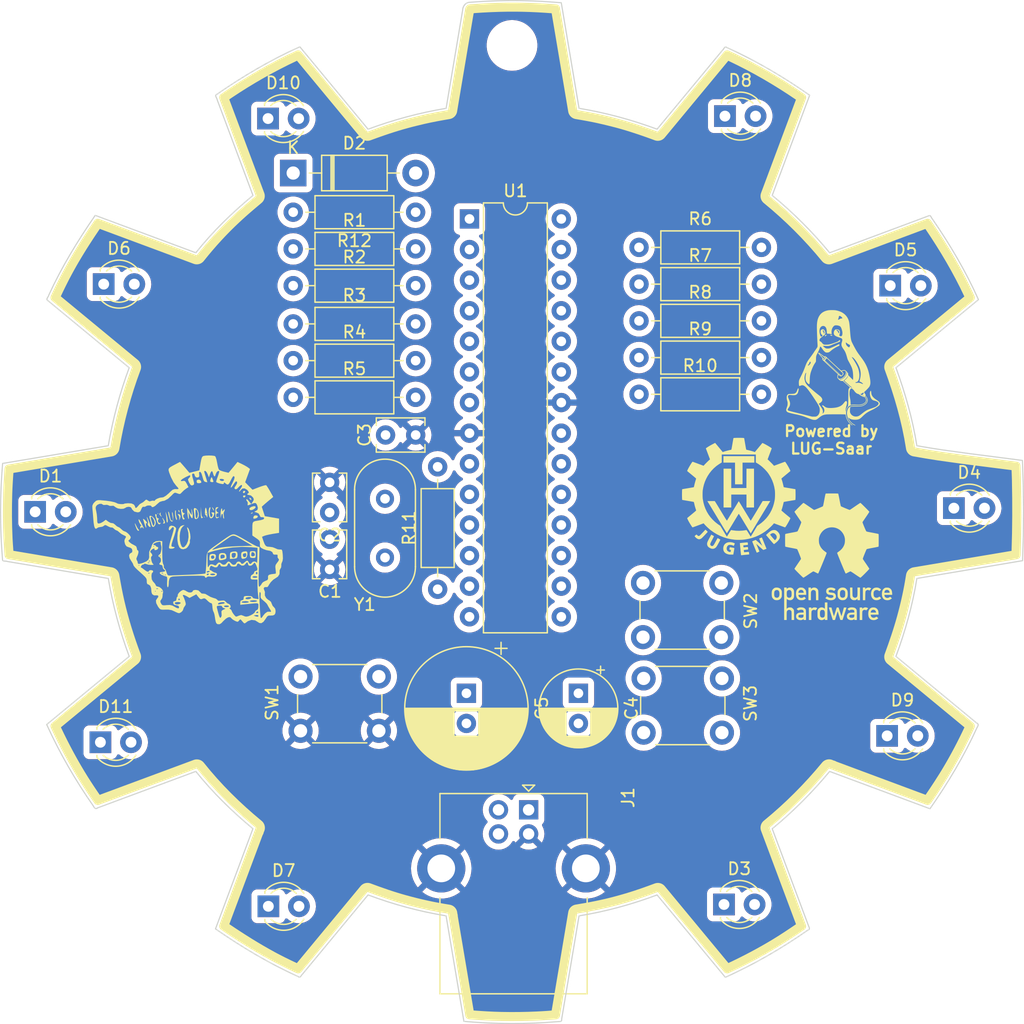
<source format=kicad_pcb>
(kicad_pcb (version 20211014) (generator pcbnew)
  (layers (0 "F.Cu" signal) (31 "B.Cu" signal) (34 "B.Paste" user) (35 "F.Paste" user) (36 "B.SilkS" user "B.Silkscreen") (37 "F.SilkS" user "F.Silkscreen") (38 "B.Mask" user) (39 "F.Mask" user) (44 "Edge.Cuts" user))
  (net 0 "")
  (net 24 "Net-(U1-Pad10)")
  (net 31 "Net-(U1-Pad9)")
  (net 32 "+5V")
  (net 48 "Net-(U1-Pad1)")
  (net 77 "GND")
  (footprint "LED_THT:LED_D3.0mm_Clear" (layer "F.Cu") (at 169.1032 125.0188)
    (fp_text reference "D3" (at 1.27 -2.96) (layer "F.SilkS"))
    (fp_text value "LED")
    (pad "1" thru_hole rect (at 0 0) (size 1.8 1.8) (drill 0.9) (layers *.Cu *.Mask))
    (pad "2" thru_hole circle (at 2.54 0) (size 1.8 1.8) (drill 0.9) (layers *.Cu *.Mask))
  )
  (footprint "Resistor_THT:R_Axial_DIN0207_L6.3mm_D2.5mm_P10.16mm_Horizontal" (layer "F.Cu") (at 133.35 70.612)
    (fp_text reference "R1" (at 5.08 -2.37) (layer "F.SilkS"))
    (fp_text value "R")
    (pad "1" thru_hole circle (at 0 0) (size 1.6 1.6) (drill 0.8) (layers *.Cu *.Mask))
    (pad "2" thru_hole oval (at 10.16 0) (size 1.6 1.6) (drill 0.8) (layers *.Cu *.Mask))
  )
  (footprint "LOGO" (layer "F.Cu") (at 178.155452 78.844186)
    (fp_text reference "G***" hide)
    (fp_text value "LOGO" hide)
  )
  (footprint "Crystal:Crystal_HC49-4H_Vertical" (layer "F.Cu") (at 140.97 96.2268 90)
    (fp_text reference "Y1" (at -3.9 -1.6764 180) (layer "F.SilkS"))
    (fp_text value "Crystal" hide)
    (pad "1" thru_hole circle (at 0 0 90) (size 1.5 1.5) (drill 0.8) (layers *.Cu *.Mask) (net 24 "Net-(U1-Pad10)"))
    (pad "2" thru_hole circle (at 4.88 0 90) (size 1.5 1.5) (drill 0.8) (layers *.Cu *.Mask) (net 31 "Net-(U1-Pad9)"))
  )
  (footprint "Resistor_THT:R_Axial_DIN0207_L6.3mm_D2.5mm_P10.16mm_Horizontal" (layer "F.Cu") (at 145.3388 98.8568 90)
    (fp_text reference "R11" (at 5.08 -2.37 90) (layer "F.SilkS"))
    (fp_text value "R")
    (pad "1" thru_hole circle (at 0 0 90) (size 1.6 1.6) (drill 0.8) (layers *.Cu *.Mask) (net 24 "Net-(U1-Pad10)"))
    (pad "2" thru_hole oval (at 10.16 0 90) (size 1.6 1.6) (drill 0.8) (layers *.Cu *.Mask) (net 31 "Net-(U1-Pad9)"))
  )
  (footprint "LED_THT:LED_D3.0mm_Clear" (layer "F.Cu") (at 182.6464 111.0234)
    (fp_text reference "D9" (at 1.27 -2.96) (layer "F.SilkS"))
    (fp_text value "LED")
    (pad "1" thru_hole rect (at 0 0) (size 1.8 1.8) (drill 0.9) (layers *.Cu *.Mask))
    (pad "2" thru_hole circle (at 2.54 0) (size 1.8 1.8) (drill 0.9) (layers *.Cu *.Mask))
  )
  (footprint "Capacitor_THT:CP_Radial_D10.0mm_P2.50mm" (layer "F.Cu") (at 147.7264 107.4928 -90)
    (fp_text reference "C5" (at 1.25 -6.25 90) (layer "F.SilkS"))
    (fp_text value "C_Polarized")
    (pad "1" thru_hole rect (at 0 0 270) (size 1.6 1.6) (drill 0.8) (layers *.Cu *.Mask))
    (pad "2" thru_hole circle (at 2.5 0 270) (size 1.6 1.6) (drill 0.8) (layers *.Cu *.Mask))
  )
  (footprint "Resistor_THT:R_Axial_DIN0207_L6.3mm_D2.5mm_P10.16mm_Horizontal" (layer "F.Cu") (at 162.052 79.629)
    (fp_text reference "R9" (at 5.08 -2.37) (layer "F.SilkS"))
    (fp_text value "R")
    (pad "1" thru_hole circle (at 0 0) (size 1.6 1.6) (drill 0.8) (layers *.Cu *.Mask))
    (pad "2" thru_hole oval (at 10.16 0) (size 1.6 1.6) (drill 0.8) (layers *.Cu *.Mask))
  )
  (footprint "Connector_USB:USB_B_Lumberg_2411_02_Horizontal" (layer "F.Cu") (at 152.888 117.1645 -90)
    (fp_text reference "J1" (at -1.016 -8.255 90) (layer "F.SilkS"))
    (fp_text value "USB_B")
    (pad "1" thru_hole rect (at 0 0) (size 1.6 1.6) (drill 0.95) (layers *.Cu *.Mask))
    (pad "2" thru_hole circle (at 0 2.5) (size 1.6 1.6) (drill 0.95) (layers *.Cu *.Mask))
    (pad "3" thru_hole circle (at 2 2.5) (size 1.6 1.6) (drill 0.95) (layers *.Cu *.Mask))
    (pad "4" thru_hole circle (at 2 0) (size 1.6 1.6) (drill 0.95) (layers *.Cu *.Mask) (net 77 "GND"))
    (pad "5" thru_hole circle (at 4.86 -4.75) (size 4 4) (drill 2.3) (layers *.Cu *.Mask) (net 77 "GND"))
    (pad "5" thru_hole circle (at 4.86 7.25) (size 4 4) (drill 2.3) (layers *.Cu *.Mask) (net 77 "GND"))
  )
  (footprint "Resistor_THT:R_Axial_DIN0207_L6.3mm_D2.5mm_P10.16mm_Horizontal" (layer "F.Cu") (at 133.35 79.883)
    (fp_text reference "R4" (at 5.08 -2.37) (layer "F.SilkS"))
    (fp_text value "R")
    (pad "1" thru_hole circle (at 0 0) (size 1.6 1.6) (drill 0.8) (layers *.Cu *.Mask))
    (pad "2" thru_hole oval (at 10.16 0) (size 1.6 1.6) (drill 0.8) (layers *.Cu *.Mask))
  )
  (footprint "Capacitor_THT:C_Disc_D3.8mm_W2.6mm_P2.50mm" (layer "F.Cu") (at 136.3726 92.4868 90)
    (fp_text reference "C2" (at -1.8742 0 180) (layer "F.SilkS"))
    (fp_text value "C" hide)
    (pad "1" thru_hole circle (at 0 0 90) (size 1.6 1.6) (drill 0.8) (layers *.Cu *.Mask) (net 31 "Net-(U1-Pad9)"))
    (pad "2" thru_hole circle (at 2.5 0 90) (size 1.6 1.6) (drill 0.8) (layers *.Cu *.Mask) (net 77 "GND"))
  )
  (footprint "Button_Switch_THT:SW_PUSH_6mm" (layer "F.Cu") (at 162.4342 106.2588)
    (fp_text reference "SW3" (at 8.8634 2.0722 90) (layer "F.SilkS"))
    (fp_text value "SW_Push" hide)
    (pad "1" thru_hole circle (at 0 0 90) (size 2 2) (drill 1.1) (layers *.Cu *.Mask))
    (pad "1" thru_hole circle (at 6.5 0 90) (size 2 2) (drill 1.1) (layers *.Cu *.Mask))
    (pad "2" thru_hole circle (at 6.5 4.5 90) (size 2 2) (drill 1.1) (layers *.Cu *.Mask))
    (pad "2" thru_hole circle (at 0 4.5 90) (size 2 2) (drill 1.1) (layers *.Cu *.Mask))
  )
  (footprint "Resistor_THT:R_Axial_DIN0207_L6.3mm_D2.5mm_P10.16mm_Horizontal" (layer "F.Cu") (at 133.35 73.66)
    (fp_text reference "R2" (at 5.08 -2.37) (layer "F.SilkS"))
    (fp_text value "R")
    (pad "1" thru_hole circle (at 0 0) (size 1.6 1.6) (drill 0.8) (layers *.Cu *.Mask))
    (pad "2" thru_hole oval (at 10.16 0) (size 1.6 1.6) (drill 0.8) (layers *.Cu *.Mask))
  )
  (footprint "LOGO" (layer "F.Cu") (at 178.054 96.1644)
    (fp_text reference "G***" hide)
    (fp_text value "LOGO" hide)
  )
  (footprint "LED_THT:LED_D3.0mm_Clear" (layer "F.Cu") (at 111.9328 92.4306)
    (fp_text reference "D1" (at 1.27 -2.96) (layer "F.SilkS"))
    (fp_text value "LED")
    (pad "1" thru_hole rect (at 0 0) (size 1.8 1.8) (drill 0.9) (layers *.Cu *.Mask))
    (pad "2" thru_hole circle (at 2.54 0) (size 1.8 1.8) (drill 0.9) (layers *.Cu *.Mask))
  )
  (footprint "Resistor_THT:R_Axial_DIN0207_L6.3mm_D2.5mm_P10.16mm_Horizontal" (layer "F.Cu") (at 133.35 82.931)
    (fp_text reference "R5" (at 5.08 -2.37) (layer "F.SilkS"))
    (fp_text value "R")
    (pad "1" thru_hole circle (at 0 0) (size 1.6 1.6) (drill 0.8) (layers *.Cu *.Mask))
    (pad "2" thru_hole oval (at 10.16 0) (size 1.6 1.6) (drill 0.8) (layers *.Cu *.Mask))
  )
  (footprint "Button_Switch_THT:SW_PUSH_6mm" (layer "F.Cu") (at 133.9608 106.1064)
    (fp_text reference "SW1" (at -2.3634 2.1484 90) (layer "F.SilkS"))
    (fp_text value "SW_Push" hide)
    (pad "1" thru_hole circle (at 0 0 90) (size 2 2) (drill 1.1) (layers *.Cu *.Mask) (net 48 "Net-(U1-Pad1)"))
    (pad "1" thru_hole circle (at 6.5 0 90) (size 2 2) (drill 1.1) (layers *.Cu *.Mask) (net 48 "Net-(U1-Pad1)"))
    (pad "2" thru_hole circle (at 6.5 4.5 90) (size 2 2) (drill 1.1) (layers *.Cu *.Mask) (net 77 "GND"))
    (pad "2" thru_hole circle (at 0 4.5 90) (size 2 2) (drill 1.1) (layers *.Cu *.Mask) (net 77 "GND"))
  )
  (footprint "Capacitor_THT:CP_Radial_D6.3mm_P2.50mm" (layer "F.Cu") (at 157.0228 107.4928 -90)
    (fp_text reference "C4" (at 1.25 -4.4 90) (layer "F.SilkS"))
    (fp_text value "C_Polarized")
    (pad "1" thru_hole rect (at 0 0 270) (size 1.6 1.6) (drill 0.8) (layers *.Cu *.Mask))
    (pad "2" thru_hole circle (at 2.5 0 270) (size 1.6 1.6) (drill 0.8) (layers *.Cu *.Mask))
  )
  (footprint "Resistor_THT:R_Axial_DIN0207_L6.3mm_D2.5mm_P10.16mm_Horizontal" (layer "F.Cu") (at 133.35 76.835)
    (fp_text reference "R3" (at 5.08 -2.37) (layer "F.SilkS"))
    (fp_text value "R")
    (pad "1" thru_hole circle (at 0 0) (size 1.6 1.6) (drill 0.8) (layers *.Cu *.Mask))
    (pad "2" thru_hole oval (at 10.16 0) (size 1.6 1.6) (drill 0.8) (layers *.Cu *.Mask))
  )
  (footprint "LOGO" (layer "F.Cu") (at 124.6632 93.9038)
    (fp_text reference "G***" hide)
    (fp_text value "LOGO" hide)
  )
  (footprint "LED_THT:LED_D3.0mm_Clear" (layer "F.Cu") (at 169.1844 59.5884)
    (fp_text reference "D8" (at 1.27 -2.96) (layer "F.SilkS"))
    (fp_text value "LED")
    (pad "1" thru_hole rect (at 0 0) (size 1.8 1.8) (drill 0.9) (layers *.Cu *.Mask))
    (pad "2" thru_hole circle (at 2.54 0) (size 1.8 1.8) (drill 0.9) (layers *.Cu *.Mask))
  )
  (footprint "Capacitor_THT:C_Disc_D3.8mm_W2.6mm_P2.50mm" (layer "F.Cu") (at 136.3726 94.7112 -90)
    (fp_text reference "C1" (at 4.3234 -0.0254) (layer "F.SilkS"))
    (fp_text value "C" hide)
    (pad "1" thru_hole circle (at 0 0 270) (size 1.6 1.6) (drill 0.8) (layers *.Cu *.Mask) (net 24 "Net-(U1-Pad10)"))
    (pad "2" thru_hole circle (at 2.5 0 270) (size 1.6 1.6) (drill 0.8) (layers *.Cu *.Mask) (net 77 "GND"))
  )
  (footprint "LED_THT:LED_D3.0mm_Clear" (layer "F.Cu") (at 117.3484 111.5568)
    (fp_text reference "D11" (at 1.27 -2.96) (layer "F.SilkS"))
    (fp_text value "LED")
    (pad "1" thru_hole rect (at 0 0) (size 1.8 1.8) (drill 0.9) (layers *.Cu *.Mask))
    (pad "2" thru_hole circle (at 2.54 0) (size 1.8 1.8) (drill 0.9) (layers *.Cu *.Mask))
  )
  (footprint "Capacitor_THT:C_Disc_D3.8mm_W2.6mm_P2.50mm" (layer "F.Cu") (at 141.0154 86.0552)
    (fp_text reference "C3" (at -1.7472 0 90) (layer "F.SilkS"))
    (fp_text value "C" hide)
    (pad "1" thru_hole circle (at 0 0) (size 1.6 1.6) (drill 0.8) (layers *.Cu *.Mask) (net 32 "+5V"))
    (pad "2" thru_hole circle (at 2.5 0) (size 1.6 1.6) (drill 0.8) (layers *.Cu *.Mask) (net 77 "GND"))
  )
  (footprint "LED_THT:LED_D3.0mm_Clear" (layer "F.Cu") (at 117.6224 73.533)
    (fp_text reference "D6" (at 1.27 -2.96) (layer "F.SilkS"))
    (fp_text value "LED")
    (pad "1" thru_hole rect (at 0 0) (size 1.8 1.8) (drill 0.9) (layers *.Cu *.Mask))
    (pad "2" thru_hole circle (at 2.54 0) (size 1.8 1.8) (drill 0.9) (layers *.Cu *.Mask))
  )
  (footprint "Resistor_THT:R_Axial_DIN0207_L6.3mm_D2.5mm_P10.16mm_Horizontal" (layer "F.Cu") (at 162.052 82.677)
    (fp_text reference "R10" (at 5.08 -2.37) (layer "F.SilkS"))
    (fp_text value "R")
    (pad "1" thru_hole circle (at 0 0) (size 1.6 1.6) (drill 0.8) (layers *.Cu *.Mask))
    (pad "2" thru_hole oval (at 10.16 0) (size 1.6 1.6) (drill 0.8) (layers *.Cu *.Mask))
  )
  (footprint "LED_THT:LED_D3.0mm_Clear" (layer "F.Cu") (at 131.2876 125.1712)
    (fp_text reference "D7" (at 1.27 -2.96) (layer "F.SilkS"))
    (fp_text value "LED")
    (pad "1" thru_hole rect (at 0 0) (size 1.8 1.8) (drill 0.9) (layers *.Cu *.Mask))
    (pad "2" thru_hole circle (at 2.54 0) (size 1.8 1.8) (drill 0.9) (layers *.Cu *.Mask))
  )
  (footprint "MountingHole:MountingHole_3.2mm_M3_DIN965" (layer "F.Cu") (at 151.511 53.721)
    (fp_text reference "REF**" hide)
    (fp_text value "MountingHole_3.2mm_M3_DIN965" hide)
    (pad "" np_thru_hole circle locked (at 0 0) (size 3.2 3.2) (drill 3.2) (layers *.Cu *.Mask))
  )
  (footprint "Diode_THT:D_DO-41_SOD81_P10.16mm_Horizontal" (layer "F.Cu") (at 133.35 64.3128)
    (fp_text reference "D2" (at 5.08 -2.47) (layer "F.SilkS"))
    (fp_text value "D")
    (fp_text user "K" (at 0 -2.1) (layer "F.SilkS"))
    (pad "1" thru_hole rect (at 0 0) (size 2.2 2.2) (drill 1.1) (layers *.Cu *.Mask) (net 32 "+5V"))
    (pad "2" thru_hole oval (at 10.16 0) (size 2.2 2.2) (drill 1.1) (layers *.Cu *.Mask) (net 48 "Net-(U1-Pad1)"))
  )
  (footprint "Package_DIP:DIP-28_W7.62mm" (layer "F.Cu") (at 147.9804 68.1228)
    (fp_text reference "U1" (at 3.81 -2.33) (layer "F.SilkS"))
    (fp_text value "ATmega328-P")
    (pad "1" thru_hole rect (at 0 0) (size 1.6 1.6) (drill 0.8) (layers *.Cu *.Mask) (net 48 "Net-(U1-Pad1)"))
    (pad "2" thru_hole oval (at 0 2.54) (size 1.6 1.6) (drill 0.8) (layers *.Cu *.Mask))
    (pad "3" thru_hole oval (at 0 5.08) (size 1.6 1.6) (drill 0.8) (layers *.Cu *.Mask))
    (pad "4" thru_hole oval (at 0 7.62) (size 1.6 1.6) (drill 0.8) (layers *.Cu *.Mask))
    (pad "5" thru_hole oval (at 0 10.16) (size 1.6 1.6) (drill 0.8) (layers *.Cu *.Mask))
    (pad "6" thru_hole oval (at 0 12.7) (size 1.6 1.6) (drill 0.8) (layers *.Cu *.Mask))
    (pad "7" thru_hole oval (at 0 15.24) (size 1.6 1.6) (drill 0.8) (layers *.Cu *.Mask) (net 32 "+5V"))
    (pad "8" thru_hole oval (at 0 17.78) (size 1.6 1.6) (drill 0.8) (layers *.Cu *.Mask) (net 77 "GND"))
    (pad "9" thru_hole oval (at 0 20.32) (size 1.6 1.6) (drill 0.8) (layers *.Cu *.Mask) (net 31 "Net-(U1-Pad9)"))
    (pad "10" thru_hole oval (at 0 22.86) (size 1.6 1.6) (drill 0.8) (layers *.Cu *.Mask) (net 24 "Net-(U1-Pad10)"))
    (pad "11" thru_hole oval (at 0 25.4) (size 1.6 1.6) (drill 0.8) (layers *.Cu *.Mask))
    (pad "12" thru_hole oval (at 0 27.94) (size 1.6 1.6) (drill 0.8) (layers *.Cu *.Mask))
    (pad "13" thru_hole oval (at 0 30.48) (size 1.6 1.6) (drill 0.8) (layers *.Cu *.Mask))
    (pad "14" thru_hole oval (at 0 33.02) (size 1.6 1.6) (drill 0.8) (layers *.Cu *.Mask))
    (pad "15" thru_hole oval (at 7.62 33.02) (size 1.6 1.6) (drill 0.8) (layers *.Cu *.Mask))
    (pad "16" thru_hole oval (at 7.62 30.48) (size 1.6 1.6) (drill 0.8) (layers *.Cu *.Mask))
    (pad "17" thru_hole oval (at 7.62 27.94) (size 1.6 1.6) (drill 0.8) (layers *.Cu *.Mask))
    (pad "18" thru_hole oval (at 7.62 25.4) (size 1.6 1.6) (drill 0.8) (layers *.Cu *.Mask))
    (pad "19" thru_hole oval (at 7.62 22.86) (size 1.6 1.6) (drill 0.8) (layers *.Cu *.Mask))
    (pad "20" thru_hole oval (at 7.62 20.32) (size 1.6 1.6) (drill 0.8) (layers *.Cu *.Mask) (net 32 "+5V"))
    (pad "21" thru_hole oval (at 7.62 17.78) (size 1.6 1.6) (drill 0.8) (layers *.Cu *.Mask))
    (pad "22" thru_hole oval (at 7.62 15.24) (size 1.6 1.6) (drill 0.8) (layers *.Cu *.Mask) (net 77 "GND"))
    (pad "23" thru_hole oval (at 7.62 12.7) (size 1.6 1.6) (drill 0.8) (layers *.Cu *.Mask))
    (pad "24" thru_hole oval (at 7.62 10.16) (size 1.6 1.6) (drill 0.8) (layers *.Cu *.Mask))
    (pad "25" thru_hole oval (at 7.62 7.62) (size 1.6 1.6) (drill 0.8) (layers *.Cu *.Mask))
    (pad "26" thru_hole oval (at 7.62 5.08) (size 1.6 1.6) (drill 0.8) (layers *.Cu *.Mask))
    (pad "27" thru_hole oval (at 7.62 2.54) (size 1.6 1.6) (drill 0.8) (layers *.Cu *.Mask))
    (pad "28" thru_hole oval (at 7.62 0) (size 1.6 1.6) (drill 0.8) (layers *.Cu *.Mask))
  )
  (footprint "Resistor_THT:R_Axial_DIN0207_L6.3mm_D2.5mm_P10.16mm_Horizontal" (layer "F.Cu") (at 143.51 67.564 180)
    (fp_text reference "R12" (at 5.08 -2.37) (layer "F.SilkS"))
    (fp_text value "R")
    (pad "1" thru_hole circle (at 0 0 180) (size 1.6 1.6) (drill 0.8) (layers *.Cu *.Mask) (net 48 "Net-(U1-Pad1)"))
    (pad "2" thru_hole oval (at 10.16 0 180) (size 1.6 1.6) (drill 0.8) (layers *.Cu *.Mask) (net 32 "+5V"))
  )
  (footprint "Resistor_THT:R_Axial_DIN0207_L6.3mm_D2.5mm_P10.16mm_Horizontal" (layer "F.Cu") (at 162.052 73.533)
    (fp_text reference "R7" (at 5.08 -2.37) (layer "F.SilkS"))
    (fp_text value "R")
    (pad "1" thru_hole circle (at 0 0) (size 1.6 1.6) (drill 0.8) (layers *.Cu *.Mask))
    (pad "2" thru_hole oval (at 10.16 0) (size 1.6 1.6) (drill 0.8) (layers *.Cu *.Mask))
  )
  (footprint "LOGO" (layer "F.Cu") (at 170.3324 91.1606)
    (fp_text reference "G***" hide)
    (fp_text value "LOGO" hide)
  )
  (footprint "Button_Switch_THT:SW_PUSH_6mm" (layer "F.Cu") (at 162.3834 98.334)
    (fp_text reference "SW2" (at 8.9396 2.3262 90) (layer "F.SilkS"))
    (fp_text value "SW_Push" hide)
    (pad "1" thru_hole circle (at 0 0 90) (size 2 2) (drill 1.1) (layers *.Cu *.Mask))
    (pad "1" thru_hole circle (at 6.5 0 90) (size 2 2) (drill 1.1) (layers *.Cu *.Mask))
    (pad "2" thru_hole circle (at 0 4.5 90) (size 2 2) (drill 1.1) (layers *.Cu *.Mask))
    (pad "2" thru_hole circle (at 6.5 4.5 90) (size 2 2) (drill 1.1) (layers *.Cu *.Mask))
  )
  (footprint "LED_THT:LED_D3.0mm_Clear" (layer "F.Cu") (at 182.9004 73.66)
    (fp_text reference "D5" (at 1.27 -2.96) (layer "F.SilkS"))
    (fp_text value "LED")
    (pad "1" thru_hole rect (at 0 0) (size 1.8 1.8) (drill 0.9) (layers *.Cu *.Mask))
    (pad "2" thru_hole circle (at 2.54 0) (size 1.8 1.8) (drill 0.9) (layers *.Cu *.Mask))
  )
  (footprint "Resistor_THT:R_Axial_DIN0207_L6.3mm_D2.5mm_P10.16mm_Horizontal" (layer "F.Cu") (at 162.052 70.485)
    (fp_text reference "R6" (at 5.08 -2.37) (layer "F.SilkS"))
    (fp_text value "R")
    (pad "1" thru_hole circle (at 0 0) (size 1.6 1.6) (drill 0.8) (layers *.Cu *.Mask))
    (pad "2" thru_hole oval (at 10.16 0) (size 1.6 1.6) (drill 0.8) (layers *.Cu *.Mask))
  )
  (footprint "LED_THT:LED_D3.0mm_Clear" (layer "F.Cu") (at 188.1836 92.1258)
    (fp_text reference "D4" (at 1.27 -2.96) (layer "F.SilkS"))
    (fp_text value "LED")
    (pad "1" thru_hole rect (at 0 0) (size 1.8 1.8) (drill 0.9) (layers *.Cu *.Mask))
    (pad "2" thru_hole circle (at 2.54 0) (size 1.8 1.8) (drill 0.9) (layers *.Cu *.Mask))
  )
  (footprint "LED_THT:LED_D3.0mm_Clear" (layer "F.Cu") (at 131.2622 59.7916)
    (fp_text reference "D10" (at 1.27 -2.96) (layer "F.SilkS"))
    (fp_text value "LED")
    (pad "1" thru_hole rect (at 0 0) (size 1.8 1.8) (drill 0.9) (layers *.Cu *.Mask))
    (pad "2" thru_hole circle (at 2.54 0) (size 1.8 1.8) (drill 0.9) (layers *.Cu *.Mask))
  )
  (footprint "Resistor_THT:R_Axial_DIN0207_L6.3mm_D2.5mm_P10.16mm_Horizontal" (layer "F.Cu") (at 162.052 76.581)
    (fp_text reference "R8" (at 5.08 -2.37) (layer "F.SilkS"))
    (fp_text value "R")
    (pad "1" thru_hole circle (at 0 0) (size 1.6 1.6) (drill 0.8) (layers *.Cu *.Mask))
    (pad "2" thru_hole oval (at 10.16 0) (size 1.6 1.6) (drill 0.8) (layers *.Cu *.Mask))
  )
  (gr_poly (pts (xy 145.4912 125.857) (xy 145.491324 125.872396) (xy 145.491464 125.8909) (xy 145.490502 125.874219) (xy 145.490625 125.858769) (xy 145.490548 125.858785) (xy 145.49098 125.855524)) (layer "F.SilkS") (width 0) (fill solid))
  (gr_poly (pts (xy 145.491959 125.899485) (xy 145.494886 125.932544) (xy 145.499174 125.971373) (xy 145.504713 126.013948) (xy 145.511393 126.058247) (xy 145.519103 126.102248) (xy 145.527734 126.143926) (xy 145.521837 126.145925) (xy 145.515939 126.128324) (xy 145.510464 126.106782) (xy 145.505872 126.083811) (xy 145.502084 126.059852) (xy 145.499023 126.035345) (xy 145.496611 126.01073) (xy 145.494769 125.986448) (xy 145.492483 125.940642) (xy 145.491543 125.901451) (xy 145.491464 125.8909)) (layer "F.SilkS") (width 0) (fill solid))
  (gr_poly locked (pts (xy 152.055516 50.174437) (xy 152.380548 50.179715) (xy 152.381647 50.179715) (xy 153.078227 50.197773) (xy 153.776633 50.226825) (xy 154.476985 50.267074) (xy 155.179407 50.318725) (xy 155.199831 50.321007) (xy 155.21995 50.324491) (xy 155.239718 50.329149) (xy 155.25909 50.334952) (xy 155.278019 50.341872) (xy 155.29646 50.349881) (xy 155.314368 50.358949) (xy 155.331696 50.369049) (xy 155.348399 50.380152) (xy 155.364432 50.39223) (xy 155.379749 50.405254) (xy 155.394304 50.419196) (xy 155.408052 50.434027) (xy 155.420946 50.449718) (xy 155.432942 50.466243) (xy 155.443994 50.483571) (xy 155.447118 50.489045) (xy 155.450138 50.494576) (xy 155.453054 50.500162) (xy 155.455865 50.505803) (xy 155.461281 50.517206) (xy 155.466265 50.52879) (xy 155.470814 50.540543) (xy 155.474923 50.552452) (xy 155.478587 50.564505) (xy 155.481804 50.576689) (xy 155.484569 50.588993) (xy 155.486879 50.601403) (xy 156.916765 59.092359) (xy 157.401715 59.17552) (xy 157.886929 59.262742) (xy 158.372044 59.356756) (xy 158.614452 59.407163) (xy 158.856698 59.460294) (xy 158.858796 59.460824) (xy 159.225467 59.544113) (xy 159.593835 59.63274) (xy 159.956419 59.723775) (xy 160.305734 59.814294) (xy 160.307733 59.81482) (xy 160.622388 59.901081) (xy 160.935889 59.990916) (xy 161.248278 60.084124) (xy 161.559594 60.180498) (xy 162.179165 60.381932) (xy 162.794923 60.593583) (xy 163.203345 60.739417) (xy 163.610376 60.888658) (xy 169.105134 54.253402) (xy 169.124335 54.232104) (xy 169.144981 54.212734) (xy 169.166937 54.195323) (xy 169.190064 54.179902) (xy 169.214227 54.166503) (xy 169.239289 54.155156) (xy 169.265113 54.145893) (xy 169.291561 54.138744) (xy 169.318499 54.133742) (xy 169.345788 54.130916) (xy 169.373292 54.130299) (xy 169.400874 54.13192) (xy 169.428397 54.135812) (xy 169.455725 54.142006) (xy 169.482721 54.150532) (xy 169.509248 54.161422) (xy 170.328978 54.550751) (xy 171.138631 54.958987) (xy 171.938021 55.385376) (xy 172.726961 55.829165) (xy 173.505264 56.289602) (xy 174.272746 56.765933) (xy 175.02922 57.257406) (xy 175.774499 57.763268) (xy 175.797544 57.780762) (xy 175.818755 57.799885) (xy 175.838088 57.820498) (xy 175.855501 57.842465) (xy 175.87095 57.865649) (xy 175.884393 57.889911) (xy 175.895787 57.915116) (xy 175.905089 57.941125) (xy 175.912256 57.967802) (xy 175.917245 57.995009) (xy 175.920013 58.022609) (xy 175.920518 58.050464) (xy 175.918716 58.078437) (xy 175.914564 58.106392) (xy 175.908021 58.13419) (xy 175.899041 58.161695) (xy 172.884752 66.223733) (xy 173.55269 66.783807) (xy 174.206343 67.360144) (xy 174.845385 67.952414) (xy 175.46949 68.560288) (xy 176.078333 69.183439) (xy 176.671588 69.821537) (xy 177.248928 70.474255) (xy 177.810029 71.141263) (xy 185.880861 68.131116) (xy 185.894639 68.126311) (xy 185.908507 68.122126) (xy 185.922448 68.118556) (xy 185.936445 68.115596) (xy 185.950479 68.113239) (xy 185.964534 68.111481) (xy 185.978593 68.110315) (xy 185.992637 68.109736) (xy 186.006651 68.10974) (xy 186.020615 68.110319) (xy 186.034513 68.111469) (xy 186.048328 68.113185) (xy 186.062041 68.11546) (xy 186.075637 68.11829) (xy 186.089096 68.121668) (xy 186.102403 68.125589) (xy 186.115539 68.130049) (xy 186.128488 68.13504) (xy 186.141231 68.140558) (xy 186.153752 68.146597) (xy 186.166033 68.153152) (xy 186.178056 68.160217) (xy 186.189805 68.167787) (xy 186.201262 68.175856) (xy 186.21241 68.184419) (xy 186.223231 68.19347) (xy 186.233707 68.203003) (xy 186.243822 68.213014) (xy 186.253559 68.223496) (xy 186.262899 68.234445) (xy 186.271825 68.245854) (xy 186.28032 68.257718) (xy 186.78415 69.005363) (xy 187.276024 69.761959) (xy 187.754364 70.52793) (xy 188.217594 71.303698) (xy 188.664136 72.089685) (xy 189.092413 72.886314) (xy 189.500848 73.694008) (xy 189.887864 74.513188) (xy 189.893534 74.526381) (xy 189.898611 74.539705) (xy 189.903099 74.553143) (xy 189.907003 74.566679) (xy 189.910325 74.580295) (xy 189.913071 74.593974) (xy 189.915243 74.6077) (xy 189.916846 74.621455) (xy 189.917884 74.635222) (xy 189.918361 74.648985) (xy 189.91828 74.662727) (xy 189.917646 74.67643) (xy 189.916462 74.690078) (xy 189.914733 74.703653) (xy 189.912462 74.717139) (xy 189.909653 74.730518) (xy 189.90631 74.743775) (xy 189.902437 74.756891) (xy 189.898039 74.769849) (xy 189.893118 74.782634) (xy 189.887679 74.795227) (xy 189.881726 74.807612) (xy 189.875262 74.819772) (xy 189.868292 74.83169) (xy 189.860819 74.843349) (xy 189.852848 74.854731) (xy 189.844382 74.865821) (xy 189.835426 74.876601) (xy 189.825982 74.887053) (xy 189.816056 74.897162) (xy 189.805651 74.90691) (xy 189.794771 74.91628) (xy 183.152284 80.401216) (xy 183.443066 81.213592) (xy 183.71853 82.032035) (xy 183.976907 82.856536) (xy 184.21643 83.687084) (xy 184.435332 84.523669) (xy 184.631844 85.36628) (xy 184.8042 86.214908) (xy 184.950631 87.069543) (xy 184.951488 87.074433) (xy 184.952273 87.079335) (xy 184.952984 87.084249) (xy 184.953622 87.089173) (xy 186.001855 87.272184) (xy 187.053966 87.437705) (xy 189.167503 87.731574) (xy 193.415635 88.277738) (xy 193.428168 88.279683) (xy 193.440552 88.282077) (xy 193.452778 88.284914) (xy 193.464838 88.288184) (xy 193.476721 88.29188) (xy 193.488419 88.295994) (xy 193.511223 88.305442) (xy 193.533174 88.316465) (xy 193.554199 88.328997) (xy 193.574224 88.342974) (xy 193.593176 88.358333) (xy 193.61098 88.375008) (xy 193.627563 88.392935) (xy 193.642851 88.41205) (xy 193.656769 88.432289) (xy 193.669245 88.453586) (xy 193.674918 88.464612) (xy 193.680203 88.475879) (xy 193.685091 88.487378) (xy 193.689571 88.499102) (xy 193.693636 88.511042) (xy 193.697275 88.52319) (xy 193.698928 88.529305) (xy 193.700467 88.535447) (xy 193.701891 88.541615) (xy 193.7032 88.547808) (xy 193.704393 88.554024) (xy 193.70547 88.560262) (xy 193.706432 88.56652) (xy 193.707277 88.572797) (xy 193.707946 88.578978) (xy 193.708502 88.585171) (xy 193.708945 88.591374) (xy 193.709276 88.597585) (xy 193.722501 88.899196) (xy 193.733113 89.203589) (xy 193.751176 89.785619) (xy 193.751182 89.787668) (xy 193.751176 89.789723) (xy 193.775884 91.3503) (xy 193.781662 92.913873) (xy 193.764322 94.47574) (xy 193.719674 96.031201) (xy 193.718771 96.04623) (xy 193.717222 96.061089) (xy 193.715042 96.075763) (xy 193.712243 96.090237) (xy 193.708838 96.104495) (xy 193.70484 96.118524) (xy 193.700263 96.132308) (xy 193.69512 96.145833) (xy 193.689423 96.159082) (xy 193.683187 96.172043) (xy 193.676423 96.184698) (xy 193.669147 96.197034) (xy 193.661369 96.209036) (xy 193.653104 96.220688) (xy 193.644365 96.231976) (xy 193.635165 96.242885) (xy 193.625516 96.253399) (xy 193.615433 96.263505) (xy 193.604928 96.273186) (xy 193.594015 96.282429) (xy 193.582706 96.291218) (xy 193.571014 96.299537) (xy 193.558954 96.307373) (xy 193.546538 96.314711) (xy 193.533779 96.321535) (xy 193.52069 96.32783) (xy 193.507284 96.333582) (xy 193.493575 96.338775) (xy 193.479576 96.343395) (xy 193.4653 96.347427) (xy 193.450759 96.350855) (xy 193.435968 96.353665) (xy 184.954835 97.779416) (xy 184.873735 98.266721) (xy 184.873735 98.267819) (xy 184.806101 98.649402) (xy 184.732684 99.031662) (xy 184.65393 99.413638) (xy 184.570285 99.794373) (xy 184.482197 100.172909) (xy 184.390111 100.548285) (xy 184.294474 100.919544) (xy 184.195733 101.285726) (xy 184.19626 101.285199) (xy 184.08182 101.69078) (xy 183.961615 102.093825) (xy 183.836255 102.494467) (xy 183.706347 102.892844) (xy 183.435327 103.683341) (xy 183.153428 104.466397) (xy 189.794885 109.952886) (xy 189.816222 109.972065) (xy 189.835631 109.992694) (xy 189.85308 110.014636) (xy 189.86854 110.037754) (xy 189.881977 110.061911) (xy 189.893361 110.086969) (xy 189.902661 110.112793) (xy 189.909845 110.139245) (xy 189.914881 110.166188) (xy 189.917739 110.193486) (xy 189.918388 110.221002) (xy 189.916795 110.248598) (xy 189.912929 110.276138) (xy 189.90676 110.303485) (xy 189.898255 110.330502) (xy 189.887384 110.357053) (xy 189.668642 110.82392) (xy 189.443326 111.287523) (xy 189.211626 111.747854) (xy 188.973731 112.204908) (xy 188.72983 112.65868) (xy 188.480112 113.109163) (xy 188.224767 113.556352) (xy 187.963983 114.000241) (xy 187.76721 114.327237) (xy 187.56536 114.655705) (xy 187.148844 115.313739) (xy 186.719254 115.967695) (xy 186.281411 116.610929) (xy 186.263943 116.63401) (xy 186.244842 116.655257) (xy 186.224246 116.674627) (xy 186.202292 116.692076) (xy 186.179118 116.707563) (xy 186.154862 116.721042) (xy 186.12966 116.732472) (xy 186.10365 116.741809) (xy 186.07697 116.74901) (xy 186.049757 116.754032) (xy 186.022147 116.756832) (xy 185.99428 116.757366) (xy 185.966291 116.755593) (xy 185.938319 116.751467) (xy 185.910501 116.744947) (xy 185.882974 116.73599) (xy 177.979585 113.791982) (xy 177.993981 113.794323) (xy 178.001282 113.795431) (xy 178.008798 113.796478) (xy 178.016637 113.797451) (xy 178.024908 113.798334) (xy 178.03372 113.799115) (xy 178.043184 113.799779) (xy 177.945482 113.779119) (xy 177.979585 113.792027) (xy 177.971312 113.790593) (xy 177.963396 113.789077) (xy 177.955824 113.787483) (xy 177.948582 113.785815) (xy 177.941655 113.784075) (xy 177.93503 113.782267) (xy 177.928691 113.780394) (xy 177.922625 113.778459) (xy 177.911255 113.774417) (xy 177.900806 113.770165) (xy 177.891164 113.765729) (xy 177.882216 113.761135) (xy 177.873848 113.756408) (xy 177.865946 113.751575) (xy 177.858398 113.746659) (xy 177.851089 113.741687) (xy 177.836735 113.731676) (xy 177.829464 113.726688) (xy 177.821977 113.721745) (xy 177.258982 114.388771) (xy 176.680044 115.041974) (xy 176.085408 115.680928) (xy 175.475318 116.305206) (xy 174.85002 116.914383) (xy 174.209758 117.50803) (xy 173.554778 118.085722) (xy 172.885324 118.647031) (xy 175.899095 126.704946) (xy 175.903916 126.718667) (xy 175.908121 126.73248) (xy 175.911715 126.746367) (xy 175.914704 126.760311) (xy 175.917094 126.774294) (xy 175.918889 126.7883) (xy 175.920095 126.802312) (xy 175.920717 126.816311) (xy 175.920761 126.830281) (xy 175.920232 126.844204) (xy 175.919136 126.858064) (xy 175.917478 126.871843) (xy 175.915263 126.885524) (xy 175.912496 126.899089) (xy 175.909184 126.912522) (xy 175.905331 126.925805) (xy 175.900943 126.938921) (xy 175.896025 126.951852) (xy 175.890582 126.964582) (xy 175.884621 126.977093) (xy 175.878145 126.989368) (xy 175.871162 127.00139) (xy 175.863675 127.013141) (xy 175.855691 127.024605) (xy 175.847215 127.035763) (xy 175.838252 127.0466) (xy 175.828808 127.057097) (xy 175.818887 127.067237) (xy 175.808496 127.077003) (xy 175.79764 127.086378) (xy 175.786323 127.095345) (xy 175.774553 127.103887) (xy 175.235018 127.472402) (xy 174.690172 127.83273) (xy 174.140261 128.185076) (xy 173.585534 128.529645) (xy 173.585008 128.530164) (xy 173.095816 128.823118) (xy 172.599161 129.111726) (xy 172.095877 129.395159) (xy 171.586801 129.672591) (xy 171.072768 129.943193) (xy 170.554614 130.206137) (xy 170.033175 130.460595) (xy 169.509286 130.705739) (xy 169.496103 130.711456) (xy 169.482786 130.716579) (xy 169.469352 130.721114) (xy 169.45582 130.725063) (xy 169.442205 130.728431) (xy 169.428525 130.731221) (xy 169.414797 130.733437) (xy 169.401038 130.735084) (xy 169.387265 130.736164) (xy 169.373494 130.736683) (xy 169.359743 130.736643) (xy 169.346029 130.736049) (xy 169.332369 130.734905) (xy 169.31878 130.733214) (xy 169.305279 130.730981) (xy 169.291883 130.728209) (xy 169.278609 130.724901) (xy 169.265473 130.721063) (xy 169.252494 130.716698) (xy 169.239688 130.711809) (xy 169.227071 130.706401) (xy 169.214662 130.700478) (xy 169.202477 130.694043) (xy 169.190532 130.6871) (xy 169.178846 130.679653) (xy 169.167435 130.671706) (xy 169.156316 130.663264) (xy 169.145507 130.654329) (xy 169.135023 130.644905) (xy 169.124882 130.634997) (xy 169.115102 130.624609) (xy 169.105699 130.613744) (xy 163.613008 123.981061) (xy 163.051137 124.188098) (xy 162.48624 124.389479) (xy 161.917191 124.582117) (xy 161.630758 124.674194) (xy 161.342866 124.762929) (xy 161.077785 124.842152) (xy 160.804695 124.921208) (xy 160.532099 124.997736) (xy 160.268503 125.069371) (xy 160.267503 125.069898) (xy 159.857968 125.177128) (xy 159.444368 125.277931) (xy 159.027442 125.372732) (xy 158.607932 125.461959) (xy 158.18658 125.546038) (xy 157.764124 125.625396) (xy 156.91887 125.771657) (xy 155.487947 134.265714) (xy 155.485424 134.279118) (xy 155.482388 134.292327) (xy 155.478852 134.305331) (xy 155.474825 134.318118) (xy 155.470318 134.330679) (xy 155.465342 134.343001) (xy 155.459907 134.355076) (xy 155.454025 134.366892) (xy 155.44096 134.389706) (xy 155.426232 134.411358) (xy 155.409927 134.431762) (xy 155.39213 134.450834) (xy 155.372927 134.46849) (xy 155.352404 134.484644) (xy 155.330646 134.499211) (xy 155.307738 134.512107) (xy 155.29588 134.517901) (xy 155.283766 134.523246) (xy 155.271408 134.528131) (xy 155.258816 134.532544) (xy 155.246001 134.536477) (xy 155.232973 134.539917) (xy 155.219744 134.542854) (xy 155.206323 134.545278) (xy 155.200015 134.546204) (xy 155.19369 134.547015) (xy 155.187349 134.547709) (xy 155.180993 134.548284) (xy 154.792897 134.578595) (xy 154.404817 134.605084) (xy 154.016601 134.628248) (xy 153.628625 134.648488) (xy 153.628106 134.648488) (xy 152.88061 134.676931) (xy 152.127 134.692865) (xy 151.370113 134.696162) (xy 150.612787 134.686688) (xy 149.950999 134.667335) (xy 149.285233 134.637826) (xy 148.617005 134.598126) (xy 147.947831 134.5482) (xy 147.933377 134.5467) (xy 147.919103 134.544605) (xy 147.905022 134.541928) (xy 147.891148 134.538679) (xy 147.877493 134.534873) (xy 147.864072 134.53052) (xy 147.850897 134.525633) (xy 147.837981 134.520224) (xy 147.825338 134.514305) (xy 147.812982 134.507888) (xy 147.800924 134.500987) (xy 147.78918 134.493612) (xy 147.777761 134.485776) (xy 147.766681 134.477492) (xy 147.755954 134.468771) (xy 147.745592 134.459625) (xy 147.735609 134.450068) (xy 147.726019 134.44011) (xy 147.716833 134.429765) (xy 147.708067 134.419043) (xy 147.699733 134.407959) (xy 147.691843 134.396523) (xy 147.684413 134.384749) (xy 147.677454 134.372647) (xy 147.67098 134.360231) (xy 147.665004 134.347512) (xy 147.65954 134.334503) (xy 147.6546 134.321216) (xy 147.650199 134.307663) (xy 147.646349 134.293856) (xy 147.643063 134.279808) (xy 147.640355 134.265531) (xy 146.237859 125.939939) (xy 146.242356 125.952614) (xy 146.247114 125.965599) (xy 146.249758 125.972422) (xy 146.252669 125.979578) (xy 146.255914 125.987155) (xy 146.259561 125.995236) (xy 146.23269 125.908933) (xy 146.233995 125.916673) (xy 146.235253 125.924432) (xy 146.236529 125.932191) (xy 146.23789 125.939931) (xy 146.232961 125.925478) (xy 146.228874 125.91207) (xy 146.22556 125.899614) (xy 146.222949 125.888015) (xy 146.220969 125.877178) (xy 146.219551 125.867009) (xy 146.218624 125.857414) (xy 146.218119 125.848298) (xy 146.217965 125.839567) (xy 146.218092 125.831126) (xy 146.218907 125.814738) (xy 146.220003 125.798379) (xy 146.220819 125.781293) (xy 145.760283 125.703092) (xy 145.29704 125.620564) (xy 144.838221 125.532875) (xy 144.390954 125.439191) (xy 143.927624 125.334984) (xy 143.459383 125.222756) (xy 142.988998 125.102861) (xy 142.519235 124.975652) (xy 142.141914 124.868297) (xy 141.76471 124.754788) (xy 141.387854 124.635738) (xy 141.011575 124.511758) (xy 140.26167 124.251464) (xy 139.516836 123.97881) (xy 134.022081 130.614583) (xy 134.002936 130.635828) (xy 133.982352 130.655157) (xy 133.960464 130.672537) (xy 133.937408 130.687939) (xy 133.91332 130.701331) (xy 133.888335 130.712682) (xy 133.862588 130.721961) (xy 133.836217 130.729136) (xy 133.809355 130.734177) (xy 133.78214 130.737053) (xy 133.754706 130.737731) (xy 133.727188 130.736181) (xy 133.699724 130.732373) (xy 133.672448 130.726274) (xy 133.645497 130.717854) (xy 133.619005 130.707082) (xy 133.06409 130.447675) (xy 132.513849 130.178646) (xy 131.968416 129.900334) (xy 131.427923 129.61308) (xy 130.902738 129.323374) (xy 130.38025 129.024575) (xy 129.861413 128.717797) (xy 129.347178 128.404153) (xy 128.838497 128.084755) (xy 128.336323 127.760716) (xy 127.841607 127.43315) (xy 127.355302 127.103169) (xy 127.3321 127.085697) (xy 127.310742 127.066579) (xy 127.291271 127.045952) (xy 127.273731 127.023957) (xy 127.258165 127.000731) (xy 127.244618 126.976413) (xy 127.233132 126.951142) (xy 127.223751 126.925057) (xy 127.21652 126.898297) (xy 127.21148 126.871) (xy 127.208677 126.843304) (xy 127.208154 126.815349) (xy 127.209954 126.787274) (xy 127.214121 126.759216) (xy 127.220698 126.731315) (xy 127.22973 126.70371) (xy 130.180456 118.814778) (xy 130.177956 118.82923) (xy 130.17553 118.84414) (xy 130.174404 118.852042) (xy 130.173368 118.860389) (xy 130.172443 118.869291) (xy 130.171655 118.878858) (xy 130.192846 118.781705) (xy 130.180436 118.814778) (xy 130.181895 118.806589) (xy 130.183429 118.798751) (xy 130.185035 118.791253) (xy 130.18671 118.784079) (xy 130.188451 118.777215) (xy 130.190257 118.770648) (xy 130.194047 118.758349) (xy 130.198058 118.747067) (xy 130.202266 118.736693) (xy 130.206649 118.727113) (xy 130.211183 118.718216) (xy 130.215847 118.70989) (xy 130.220618 118.702023) (xy 130.225472 118.694504) (xy 130.230386 118.68722) (xy 130.240306 118.672911) (xy 130.245266 118.665661) (xy 130.250196 118.6582) (xy 129.585853 118.097945) (xy 128.934071 117.522344) (xy 128.295959 116.931056) (xy 127.672624 116.323734) (xy 127.065173 115.700036) (xy 126.474714 115.059617) (xy 125.902355 114.402132) (xy 125.349202 113.727239) (xy 117.246854 116.736356) (xy 117.233176 116.741104) (xy 117.219409 116.745242) (xy 117.20557 116.748774) (xy 117.191676 116.751706) (xy 117.177745 116.754043) (xy 117.163792 116.755791) (xy 117.149836 116.756954) (xy 117.135893 116.757539) (xy 117.12198 116.75755) (xy 117.108115 116.756994) (xy 117.094314 116.755874) (xy 117.080594 116.754198) (xy 117.066972 116.751969) (xy 117.053466 116.749193) (xy 117.040092 116.745876) (xy 117.026867 116.742022) (xy 117.013809 116.737638) (xy 117.000934 116.732729) (xy 116.988259 116.727299) (xy 116.975802 116.721355) (xy 116.963579 116.714902) (xy 116.951608 116.707944) (xy 116.939905 116.700487) (xy 116.928487 116.692537) (xy 116.917372 116.684099) (xy 116.906576 116.675178) (xy 116.896117 116.66578) (xy 116.886011 116.655909) (xy 116.876276 116.645572) (xy 116.866929 116.634774) (xy 116.857985 116.623519) (xy 116.849464 116.611814) (xy 116.551051 116.177167) (xy 116.257762 115.739159) (xy 115.969515 115.297968) (xy 115.686227 114.853772) (xy 115.686227 114.853253) (xy 115.354047 114.314871) (xy 115.027751 113.767917) (xy 114.708185 113.213288) (xy 114.396195 112.651879) (xy 114.092625 112.084587) (xy 113.798322 111.512307) (xy 113.514131 110.935934) (xy 113.240897 110.356366) (xy 113.235167 110.343159) (xy 113.230032 110.329819) (xy 113.225488 110.316362) (xy 113.221532 110.302805) (xy 113.21816 110.289166) (xy 113.215367 110.275462) (xy 113.21315 110.261709) (xy 113.211504 110.247925) (xy 113.210427 110.234128) (xy 113.209914 110.220333) (xy 113.209961 110.206559) (xy 113.210564 110.192822) (xy 113.211719 110.179139) (xy 113.213423 110.165528) (xy 113.215671 110.152006) (xy 113.21846 110.138589) (xy 113.221785 110.125295) (xy 113.225643 110.112141) (xy 113.23003 110.099144) (xy 113.234942 110.086322) (xy 113.240374 110.07369) (xy 113.246324 110.061267) (xy 113.252787 110.04907) (xy 113.259759 110.037115) (xy 113.267236 110.025419) (xy 113.275215 110.014001) (xy 113.283692 110.002876) (xy 113.292661 109.992062) (xy 113.302121 109.981577) (xy 113.312066 109.971437) (xy 113.322493 109.961659) (xy 113.333398 109.95226) (xy 119.974336 104.466809) (xy 119.770812 103.913204) (xy 119.57555 103.356531) (xy 119.388947 102.796824) (xy 119.211402 102.234114) (xy 119.043311 101.668434) (xy 118.885073 101.099818) (xy 118.737085 100.528299) (xy 118.599744 99.953908) (xy 118.483604 99.422905) (xy 118.375025 98.878782) (xy 118.273128 98.328716) (xy 118.17703 97.779881) (xy 109.678844 96.351026) (xy 109.664486 96.348292) (xy 109.650362 96.344975) (xy 109.636483 96.341087) (xy 109.622862 96.336642) (xy 109.609511 96.331653) (xy 109.596442 96.326135) (xy 109.583668 96.3201) (xy 109.571201 96.313562) (xy 109.559053 96.306535) (xy 109.547237 96.299032) (xy 109.535765 96.291067) (xy 109.524649 96.282653) (xy 109.513903 96.273803) (xy 109.503537 96.264533) (xy 109.483998 96.24478) (xy 109.466131 96.223502) (xy 109.457855 96.212326) (xy 109.450035 96.200809) (xy 109.442681 96.188964) (xy 109.435808 96.176807) (xy 109.429427 96.164349) (xy 109.42355 96.151605) (xy 109.418189 96.138589) (xy 109.413358 96.125313) (xy 109.409068 96.111791) (xy 109.405332 96.098036) (xy 109.402162 96.084063) (xy 109.39957 96.069885) (xy 109.397569 96.055515) (xy 109.396171 96.040967) (xy 109.37014 95.680856) (xy 109.346624 95.324226) (xy 109.325789 94.96617) (xy 109.307802 94.601781) (xy 109.274509 93.687717) (xy 109.258923 92.767702) (xy 109.258937 92.7619) (xy 110.008038 92.7619) (xy 110.022525 93.666999) (xy 110.054889 94.566052) (xy 110.054889 94.568051) (xy 110.069258 94.845511) (xy 110.086553 95.119595) (xy 110.125198 95.665708) (xy 118.300979 97.040708) (xy 118.330206 97.046279) (xy 118.359011 97.052955) (xy 118.387373 97.060713) (xy 118.415267 97.06953) (xy 118.442672 97.079384) (xy 118.469565 97.090252) (xy 118.521722 97.114938) (xy 118.571555 97.143405) (xy 118.618883 97.175471) (xy 118.663523 97.210955) (xy 118.705293 97.249673) (xy 118.744011 97.291443) (xy 118.779495 97.336084) (xy 118.811561 97.383412) (xy 118.840028 97.433246) (xy 118.864714 97.485402) (xy 118.875582 97.512295) (xy 118.885436 97.5397) (xy 118.894254 97.567595) (xy 118.902012 97.595956) (xy 118.908689 97.624762) (xy 118.91426 97.653989) (xy 119.009544 98.196653) (xy 119.110408 98.738139) (xy 119.217201 99.270754) (xy 119.330276 99.786801) (xy 119.464299 100.347263) (xy 119.608843 100.90536) (xy 119.763532 101.461065) (xy 119.927989 102.014353) (xy 120.101839 102.565198) (xy 120.284705 103.113574) (xy 120.476211 103.659456) (xy 120.675981 104.202817) (xy 120.694721 104.259432) (xy 120.708776 104.316695) (xy 120.718213 104.374351) (xy 120.7231 104.432149) (xy 120.723503 104.489834) (xy 120.719491 104.547154) (xy 120.711131 104.603856) (xy 120.69849 104.659687) (xy 120.681637 104.714394) (xy 120.660638 104.767724) (xy 120.635561 104.819423) (xy 120.606474 104.86924) (xy 120.573444 104.91692) (xy 120.536539 104.962211) (xy 120.495825 105.00486) (xy 120.451372 105.044614) (xy 114.07051 110.316098) (xy 114.325545 110.847631) (xy 114.588629 111.377065) (xy 114.859482 111.903421) (xy 115.137825 112.42572) (xy 115.423379 112.942984) (xy 115.715864 113.454232) (xy 116.015001 113.958487) (xy 116.32051 114.45477) (xy 116.557035 114.824607) (xy 116.797987 115.19181) (xy 117.042388 115.556703) (xy 117.28926 115.919614) (xy 125.08809 113.025083) (xy 125.14559 113.006202) (xy 125.203732 112.99215) (xy 125.262251 112.982853) (xy 125.320886 112.978238) (xy 125.379373 112.978232) (xy 125.437448 112.982761) (xy 125.494849 112.991753) (xy 125.551313 113.005134) (xy 125.606576 113.022831) (xy 125.660375 113.04477) (xy 125.712448 113.07088) (xy 125.762531 113.101086) (xy 125.81036 113.135315) (xy 125.855674 113.173494) (xy 125.898208 113.215551) (xy 125.9377 113.261411) (xy 126.47638 113.918707) (xy 127.034208 114.559659) (xy 127.610173 115.184582) (xy 128.203267 115.793789) (xy 128.812482 116.387596) (xy 129.436809 116.966319) (xy 130.075238 117.530272) (xy 130.726762 118.07977) (xy 130.752154 118.101599) (xy 130.776364 118.124347) (xy 130.799384 118.14797) (xy 130.821206 118.172423) (xy 130.841819 118.197663) (xy 130.861217 118.223646) (xy 130.87939 118.250327) (xy 130.89633 118.277662) (xy 130.912028 118.305608) (xy 130.926475 118.33412) (xy 130.939662 118.363153) (xy 130.951582 118.392665) (xy 130.962225 118.42261) (xy 130.971582 118.452945) (xy 130.979646 118.483625) (xy 130.986407 118.514607) (xy 130.991856 118.545847) (xy 130.995986 118.577299) (xy 130.998787 118.608921) (xy 131.00025 118.640667) (xy 131.000368 118.672494) (xy 130.999131 118.704359) (xy 130.996531 118.736215) (xy 130.992559 118.768021) (xy 130.987207 118.79973) (xy 130.980465 118.8313) (xy 130.972325 118.862687) (xy 130.962779 118.893845) (xy 130.951818 118.924731) (xy 130.939433 118.955301) (xy 130.925615 118.985511) (xy 130.910356 119.015317) (xy 130.902559 119.046567) (xy 130.898917 119.061553) (xy 130.894971 119.07645) (xy 130.890722 119.091253) (xy 130.886173 119.105958) (xy 130.881325 119.120561) (xy 130.876181 119.135056) (xy 130.870741 119.14944) (xy 130.865008 119.163708) (xy 130.858983 119.177855) (xy 130.852669 119.191877) (xy 130.846068 119.205769) (xy 130.83918 119.219528) (xy 130.832009 119.233147) (xy 130.824555 119.246624) (xy 130.816821 119.259953) (xy 130.808809 119.273129) (xy 128.049043 126.652028) (xy 128.499627 126.954714) (xy 128.956011 127.255272) (xy 129.417645 127.55261) (xy 129.883982 127.845638) (xy 130.354472 128.133264) (xy 130.828566 128.414397) (xy 131.305715 128.687945) (xy 131.785371 128.952817) (xy 131.785371 128.954816) (xy 132.015206 129.077906) (xy 132.246155 129.198754) (xy 132.711062 129.434418) (xy 133.179432 129.66319) (xy 133.650605 129.886456) (xy 138.937715 123.499738) (xy 138.957183 123.477125) (xy 138.977403 123.455435) (xy 138.998342 123.434675) (xy 139.019969 123.414854) (xy 139.042253 123.39598) (xy 139.065163 123.378062) (xy 139.088667 123.361108) (xy 139.112733 123.345127) (xy 139.137331 123.330126) (xy 139.162429 123.316114) (xy 139.187996 123.3031) (xy 139.214 123.291092) (xy 139.240409 123.280098) (xy 139.267194 123.270128) (xy 139.294321 123.261188) (xy 139.32176 123.253288) (xy 139.349479 123.246436) (xy 139.377447 123.240641) (xy 139.405632 123.23591) (xy 139.434004 123.232253) (xy 139.46253 123.229677) (xy 139.49118 123.228191) (xy 139.519922 123.227803) (xy 139.548724 123.228522) (xy 139.577556 123.230357) (xy 139.606385 123.233315) (xy 139.635181 123.237405) (xy 139.663912 123.242635) (xy 139.692547 123.249014) (xy 139.721054 123.256551) (xy 139.749401 123.265253) (xy 139.777559 123.275128) (xy 140.512828 123.544459) (xy 141.24985 123.800734) (xy 141.618222 123.922376) (xy 141.986078 124.038836) (xy 142.353098 124.149474) (xy 142.718965 124.253652) (xy 142.720971 124.253652) (xy 143.179579 124.377821) (xy 143.639463 124.495007) (xy 144.097618 124.604796) (xy 144.551042 124.706769) (xy 144.553048 124.706769) (xy 144.984838 124.797082) (xy 145.432253 124.882368) (xy 145.887818 124.963352) (xy 146.344056 125.040761) (xy 146.376522 125.04694) (xy 146.408441 125.05447) (xy 146.439783 125.06332) (xy 146.47052 125.073456) (xy 146.500624 125.084846) (xy 146.530065 125.097458) (xy 146.558815 125.111259) (xy 146.586846 125.126216) (xy 146.614128 125.142298) (xy 146.640633 125.159471) (xy 146.666332 125.177704) (xy 146.691197 125.196964) (xy 146.715199 125.217217) (xy 146.738309 125.238433) (xy 146.760498 125.260579) (xy 146.781738 125.283621) (xy 146.802 125.307528) (xy 146.821255 125.332266) (xy 146.839475 125.357805) (xy 146.85663 125.38411) (xy 146.872693 125.41115) (xy 146.887635 125.438892) (xy 146.901426 125.467304) (xy 146.914039 125.496354) (xy 146.925444 125.526007) (xy 146.935612 125.556234) (xy 146.944516 125.587) (xy 146.952126 125.618273) (xy 146.958414 125.650022) (xy 146.963351 125.682213) (xy 146.966908 125.714814) (xy 146.969056 125.747792) (xy 146.969056 125.75179) (xy 146.974954 125.769391) (xy 146.983207 125.797245) (xy 146.990368 125.825366) (xy 146.996432 125.853722) (xy 147.001393 125.882281) (xy 147.005246 125.911012) (xy 147.007987 125.939881) (xy 147.00961 125.968857) (xy 147.01011 125.997907) (xy 148.326516 133.818227) (xy 148.904804 133.858872) (xy 149.482373 133.893267) (xy 150.057697 133.919926) (xy 150.629251 133.937367) (xy 151.373345 133.946687) (xy 152.116939 133.94353) (xy 152.857411 133.928016) (xy 153.592141 133.900266) (xy 153.627298 133.898267) (xy 153.993259 133.879043) (xy 154.357766 133.857266) (xy 154.468971 133.849827) (xy 154.579764 133.841414) (xy 154.801126 133.824063) (xy 156.178079 125.646321) (xy 156.183658 125.616861) (xy 156.190359 125.587829) (xy 156.198159 125.559248) (xy 156.207034 125.531141) (xy 156.216961 125.503533) (xy 156.227916 125.476445) (xy 156.239877 125.449902) (xy 156.252819 125.423926) (xy 156.281556 125.373768) (xy 156.313939 125.32616) (xy 156.349782 125.281285) (xy 156.388898 125.23933) (xy 156.4311 125.200481) (xy 156.476201 125.164923) (xy 156.524014 125.132842) (xy 156.574353 125.104424) (xy 156.60041 125.091646) (xy 156.627029 125.079854) (xy 156.654186 125.069071) (xy 156.681857 125.059319) (xy 156.71002 125.050622) (xy 156.73865 125.043004) (xy 156.767724 125.036487) (xy 156.79722 125.031095) (xy 157.629719 124.887291) (xy 158.044351 124.809669) (xy 158.456881 124.727673) (xy 158.866543 124.640879) (xy 159.272571 124.548867) (xy 159.674198 124.451214) (xy 160.070657 124.347501) (xy 160.07464 124.34551) (xy 160.331585 124.275719) (xy 160.598019 124.20103) (xy 160.864972 124.123871) (xy 161.123475 124.046674) (xy 161.124476 124.045668) (xy 161.125482 124.044667) (xy 161.404539 123.958712) (xy 161.683203 123.86929) (xy 162.239715 123.681412) (xy 162.795749 123.483758) (xy 163.352037 123.279057) (xy 163.408542 123.26048) (xy 163.465683 123.246564) (xy 163.52321 123.237244) (xy 163.580871 123.232452) (xy 163.638415 123.23212) (xy 163.695592 123.236182) (xy 163.752149 123.24457) (xy 163.807836 123.257217) (xy 163.862402 123.274057) (xy 163.915596 123.295021) (xy 163.967166 123.320043) (xy 164.016862 123.349056) (xy 164.064433 123.381991) (xy 164.109627 123.418783) (xy 164.152193 123.459364) (xy 164.191881 123.503667) (xy 169.471177 129.878667) (xy 169.948032 129.651374) (xy 170.423446 129.417421) (xy 170.896528 129.177102) (xy 171.366387 128.930715) (xy 171.832133 128.678553) (xy 172.292875 128.420914) (xy 172.747723 128.158093) (xy 173.195787 127.890386) (xy 173.673438 127.592344) (xy 174.146048 127.28701) (xy 174.614717 126.975747) (xy 175.080545 126.659917) (xy 172.182115 118.909909) (xy 172.163547 118.853148) (xy 172.149681 118.795757) (xy 172.140447 118.737987) (xy 172.135777 118.680095) (xy 172.135601 118.622332) (xy 172.139851 118.564954) (xy 172.148458 118.508213) (xy 172.161353 118.452364) (xy 172.178468 118.39766) (xy 172.199732 118.344355) (xy 172.225078 118.292702) (xy 172.254436 118.242957) (xy 172.287738 118.195371) (xy 172.324914 118.150199) (xy 172.365896 118.107695) (xy 172.410615 118.068112) (xy 173.065726 117.518849) (xy 173.706878 116.953414) (xy 174.333784 116.372247) (xy 174.946159 115.775789) (xy 175.543715 115.16448) (xy 176.126168 114.53876) (xy 176.69323 113.899069) (xy 177.244615 113.245847) (xy 177.266517 113.220427) (xy 177.28934 113.196195) (xy 177.31304 113.173159) (xy 177.337572 113.151328) (xy 177.362892 113.130711) (xy 177.388955 113.111316) (xy 177.415717 113.093152) (xy 177.443134 113.076227) (xy 177.471161 113.06055) (xy 177.499754 113.04613) (xy 177.528869 113.032975) (xy 177.55846 113.021093) (xy 177.588484 113.010494) (xy 177.618897 113.001186) (xy 177.649653 112.993178) (xy 177.680709 112.986478) (xy 177.71202 112.981094) (xy 177.743542 112.977037) (xy 177.77523 112.974312) (xy 177.80704 112.972931) (xy 177.838928 112.972901) (xy 177.870849 112.97423) (xy 177.902758 112.976928) (xy 177.934612 112.981003) (xy 177.966366 112.986464) (xy 177.997976 112.993318) (xy 178.029396 113.001576) (xy 178.060584 113.011245) (xy 178.091494 113.022334) (xy 178.122082 113.034851) (xy 178.152304 113.048806) (xy 178.182115 113.064206) (xy 178.199716 113.068105) (xy 178.215082 113.071638) (xy 178.230359 113.075491) (xy 178.245542 113.079661) (xy 178.260626 113.084146) (xy 178.275605 113.088944) (xy 178.290476 113.094054) (xy 178.305233 113.099474) (xy 178.319872 113.105201) (xy 178.334388 113.111233) (xy 178.348775 113.11757) (xy 178.36303 113.124208) (xy 178.377146 113.131145) (xy 178.39112 113.138381) (xy 178.404947 113.145912) (xy 178.418621 113.153737) (xy 178.432138 113.161855) (xy 185.836427 115.917714) (xy 186.221521 115.347082) (xy 186.60027 114.770803) (xy 186.967704 114.192783) (xy 187.145626 113.904343) (xy 187.318857 113.616933) (xy 187.555032 113.214074) (xy 187.785583 112.808181) (xy 188.010692 112.399413) (xy 188.230543 111.987932) (xy 188.445319 111.5739) (xy 188.655206 111.157477) (xy 188.860386 110.738825) (xy 189.061044 110.318105) (xy 182.676286 105.044667) (xy 182.653762 105.025305) (xy 182.63215 105.005197) (xy 182.61146 104.984374) (xy 182.591698 104.962867) (xy 182.572874 104.940708) (xy 182.554997 104.917926) (xy 182.538074 104.894554) (xy 182.522113 104.870622) (xy 182.507124 104.84616) (xy 182.493114 104.821201) (xy 182.480093 104.795775) (xy 182.468068 104.769912) (xy 182.457047 104.743644) (xy 182.44704 104.717002) (xy 182.438055 104.690017) (xy 182.430099 104.662719) (xy 182.423181 104.63514) (xy 182.417311 104.60731) (xy 182.412495 104.579261) (xy 182.408743 104.551023) (xy 182.406063 104.522628) (xy 182.404463 104.494106) (xy 182.403952 104.465488) (xy 182.404538 104.436806) (xy 182.406229 104.408089) (xy 182.409034 104.37937) (xy 182.412961 104.35068) (xy 182.418019 104.322048) (xy 182.424215 104.293506) (xy 182.43156 104.265085) (xy 182.44006 104.236816) (xy 182.449724 104.20873) (xy 182.727262 103.437627) (xy 182.992674 102.663382) (xy 183.119437 102.274756) (xy 183.241493 101.884955) (xy 183.358285 101.493849) (xy 183.469255 101.101308) (xy 183.471228 101.095444) (xy 183.473253 101.089597) (xy 183.473253 101.085698) (xy 183.569775 100.727751) (xy 183.663307 100.364844) (xy 183.753378 99.998032) (xy 183.839518 99.628371) (xy 183.921256 99.256916) (xy 183.998123 98.88472) (xy 184.069649 98.51284) (xy 184.135362 98.142331) (xy 184.133363 98.14433) (xy 184.215364 97.656049) (xy 184.220824 97.626625) (xy 184.227403 97.597624) (xy 184.235078 97.569068) (xy 184.243827 97.54098) (xy 184.253625 97.513383) (xy 184.264451 97.486301) (xy 184.28909 97.433775) (xy 184.317559 97.383586) (xy 184.349673 97.335919) (xy 184.385247 97.290962) (xy 184.424096 97.248899) (xy 184.466035 97.209915) (xy 184.510879 97.174197) (xy 184.558443 97.14193) (xy 184.608541 97.113301) (xy 184.66099 97.088493) (xy 184.688037 97.077581) (xy 184.715603 97.067694) (xy 184.743663 97.058855) (xy 184.772195 97.051088) (xy 184.801176 97.044415) (xy 184.830583 97.038861) (xy 192.971216 95.669721) (xy 193.009484 94.211452) (xy 193.026061 92.746921) (xy 193.02254 91.279434) (xy 193.000512 89.812299) (xy 193.000512 89.806401) (xy 193.000478 89.80249) (xy 193.000467 89.798582) (xy 193.000478 89.794676) (xy 193.000512 89.790769) (xy 193.000504 89.789709) (xy 193.000501 89.788819) (xy 193.000504 89.78793) (xy 193.000512 89.78687) (xy 192.973108 88.970464) (xy 188.898419 88.450536) (xy 186.856486 88.165354) (xy 185.836132 88.004176) (xy 184.816858 87.825929) (xy 184.786792 87.819693) (xy 184.7572 87.81229) (xy 184.728107 87.803747) (xy 184.699537 87.794089) (xy 184.671514 87.783342) (xy 184.644061 87.771531) (xy 184.617204 87.758682) (xy 184.590965 87.744822) (xy 184.565369 87.729975) (xy 184.54044 87.714168) (xy 184.516203 87.697426) (xy 184.49268 87.679775) (xy 184.469897 87.661241) (xy 184.447876 87.64185) (xy 184.426643 87.621626) (xy 184.406222 87.600597) (xy 184.386635 87.578788) (xy 184.367908 87.556224) (xy 184.350065 87.532932) (xy 184.333129 87.508937) (xy 184.317124 87.484264) (xy 184.302076 87.45894) (xy 184.288006 87.43299) (xy 184.274941 87.406441) (xy 184.262903 87.379317) (xy 184.251917 87.351645) (xy 184.242007 87.32345) (xy 184.233197 87.294759) (xy 184.225511 87.265596) (xy 184.218972 87.235988) (xy 184.213606 87.20596) (xy 184.209436 87.175538) (xy 184.209345 87.17505) (xy 184.209232 87.174562) (xy 184.209098 87.174075) (xy 184.20895 87.173587) (xy 184.208622 87.172612) (xy 184.208282 87.171637) (xy 184.207961 87.170662) (xy 184.207817 87.170175) (xy 184.207691 87.169688) (xy 184.207586 87.169201) (xy 184.207506 87.168714) (xy 184.207455 87.168227) (xy 184.207437 87.167741) (xy 184.064869 86.338828) (xy 183.896983 85.514366) (xy 183.705416 84.694368) (xy 183.491803 83.878851) (xy 183.257782 83.067829) (xy 183.004988 82.261316) (xy 182.735056 81.459329) (xy 182.449624 80.661881) (xy 182.431298 80.605415) (xy 182.417618 80.548331) (xy 182.408516 80.490878) (xy 182.403927 80.433306) (xy 182.403781 80.375865) (xy 182.408012 80.318803) (xy 182.416552 80.262371) (xy 182.429333 80.206819) (xy 182.446289 80.152395) (xy 182.467351 80.099349) (xy 182.492453 80.047931) (xy 182.521526 79.99839) (xy 182.554503 79.950976) (xy 182.591318 79.905938) (xy 182.631901 79.863527) (xy 182.676187 79.823991) (xy 189.051187 74.558366) (xy 188.700324 73.831002) (xy 188.332182 73.111841) (xy 187.9478 72.400626) (xy 187.548221 71.697104) (xy 187.134486 71.001021) (xy 186.707638 70.31212) (xy 186.268717 69.630148) (xy 185.818765 68.95485) (xy 178.072664 71.845475) (xy 178.015904 71.86404) (xy 177.958513 71.877904) (xy 177.900745 71.887136) (xy 177.842854 71.891804) (xy 177.785092 71.891979) (xy 177.727715 71.887727) (xy 177.670974 71.879119) (xy 177.615126 71.866223) (xy 177.560423 71.849109) (xy 177.507118 71.827844) (xy 177.455467 71.802498) (xy 177.405722 71.773139) (xy 177.358137 71.739837) (xy 177.312966 71.702661) (xy 177.270463 71.661679) (xy 177.230882 71.61696) (xy 176.681756 70.964206) (xy 176.116716 70.32543) (xy 175.536087 69.700955) (xy 174.940197 69.091107) (xy 174.329372 68.49621) (xy 173.703939 67.916586) (xy 173.064224 67.352561) (xy 172.410554 66.80446) (xy 172.387732 66.785049) (xy 172.365835 66.764877) (xy 172.344873 66.743974) (xy 172.324853 66.722373) (xy 172.305785 66.700105) (xy 172.287676 66.677201) (xy 172.270537 66.653695) (xy 172.254375 66.629616) (xy 172.239198 66.604997) (xy 172.225016 66.57987) (xy 172.211838 66.554267) (xy 172.19967 66.528218) (xy 172.188524 66.501756) (xy 172.178406 66.474913) (xy 172.169326 66.44772) (xy 172.161291 66.420209) (xy 172.154312 66.392412) (xy 172.148396 66.36436) (xy 172.143552 66.336086) (xy 172.139788 66.30762) (xy 172.137114 66.278994) (xy 172.135538 66.250241) (xy 172.135068 66.221392) (xy 172.135713 66.192479) (xy 172.137481 66.163533) (xy 172.140382 66.134586) (xy 172.144424 66.10567) (xy 172.149615 66.076816) (xy 172.155964 66.048057) (xy 172.16348 66.019424) (xy 172.172171 65.990949) (xy 172.182046 65.962663) (xy 175.074624 58.222428) (xy 174.402998 57.772724) (xy 173.722612 57.33543) (xy 173.03359 56.911003) (xy 172.336057 56.499898) (xy 171.630137 56.102572) (xy 170.915954 55.719479) (xy 170.193632 55.351076) (xy 169.463296 54.997819) (xy 164.187906 61.36696) (xy 164.168438 61.389573) (xy 164.148219 61.411263) (xy 164.127281 61.432024) (xy 164.105654 61.451845) (xy 164.08337 61.470719) (xy 164.06046 61.488638) (xy 164.036957 61.505592) (xy 164.01289 61.521574) (xy 163.988292 61.536575) (xy 163.963194 61.550587) (xy 163.937628 61.563601) (xy 163.911624 61.575609) (xy 163.885214 61.586602) (xy 163.85843 61.596573) (xy 163.831303 61.605512) (xy 163.803864 61.613412) (xy 163.776145 61.620264) (xy 163.748176 61.626059) (xy 163.719991 61.630789) (xy 163.691619 61.634447) (xy 163.663092 61.637022) (xy 163.634442 61.638508) (xy 163.6057 61.638895) (xy 163.576897 61.638176) (xy 163.548065 61.636341) (xy 163.519236 61.633383) (xy 163.49044 61.629293) (xy 163.461709 61.624062) (xy 163.433074 61.617683) (xy 163.404567 61.610147) (xy 163.376219 61.601445) (xy 163.348062 61.591569) (xy 162.947015 61.444251) (xy 162.545328 61.300553) (xy 161.941496 61.092806) (xy 161.335874 60.895467) (xy 161.032261 60.801233) (xy 160.728043 60.710241) (xy 160.423169 60.622704) (xy 160.117585 60.538835) (xy 160.113588 60.538835) (xy 159.77462 60.451149) (xy 159.424697 60.363567) (xy 159.071075 60.278658) (xy 158.72101 60.198991) (xy 158.715628 60.197575) (xy 158.710255 60.196119) (xy 158.704892 60.194624) (xy 158.69954 60.193089) (xy 158.695632 60.192103) (xy 158.691736 60.191094) (xy 158.458083 60.139801) (xy 158.223236 60.091) (xy 157.750119 59.999514) (xy 157.272709 59.913905) (xy 156.79133 59.831445) (xy 156.762031 59.825941) (xy 156.733154 59.819327) (xy 156.704719 59.811626) (xy 156.676751 59.802861) (xy 156.649271 59.793054) (xy 156.622304 59.782228) (xy 156.569998 59.757613) (xy 156.520016 59.729197) (xy 156.472541 59.697164) (xy 156.427757 59.661698) (xy 156.385848 59.62298) (xy 156.346998 59.581194) (xy 156.311389 59.536524) (xy 156.279205 59.489151) (xy 156.250631 59.43926) (xy 156.225849 59.387032) (xy 156.214938 59.3601) (xy 156.205043 59.332652) (xy 156.196189 59.304711) (xy 156.188398 59.276301) (xy 156.181692 59.247444) (xy 156.176095 59.218163) (xy 154.801095 51.050195) (xy 154.19082 51.007903) (xy 153.581535 50.972535) (xy 152.973631 50.945724) (xy 152.367502 50.929101) (xy 152.365495 50.929101) (xy 152.048317 50.92389) (xy 151.730248 50.921539) (xy 151.411445 50.921493) (xy 151.092065 50.923202) (xy 151.090066 50.923202) (xy 151.087125 50.923207) (xy 151.084184 50.923202) (xy 151.08217 50.923202) (xy 151.082345 50.923242) (xy 150.411709 50.937445) (xy 149.744398 50.961271) (xy 149.07614 50.99489) (xy 148.402658 51.038476) (xy 148.400659 51.038476) (xy 148.391462 51.040594) (xy 148.38224 51.042595) (xy 148.372993 51.04448) (xy 148.363724 51.046247) (xy 148.354433 51.047898) (xy 148.345121 51.049432) (xy 148.33579 51.050849) (xy 148.32644 51.052148) (xy 146.95144 59.218163) (xy 146.945869 59.24739) (xy 146.939193 59.276196) (xy 146.931435 59.304557) (xy 146.922617 59.332452) (xy 146.912763 59.359857) (xy 146.901896 59.38675) (xy 146.87721 59.438906) (xy 146.848743 59.48874) (xy 146.816676 59.536068) (xy 146.781193 59.580708) (xy 146.742475 59.622478) (xy 146.700704 59.661196) (xy 146.656064 59.696679) (xy 146.608736 59.728746) (xy 146.558902 59.757213) (xy 146.506745 59.781899) (xy 146.479853 59.792767) (xy 146.452448 59.802621) (xy 146.424553 59.811439) (xy 146.396191 59.819197) (xy 146.367386 59.825873) (xy 146.338159 59.831445) (xy 145.801955 59.924685) (xy 145.272902 60.02203) (xy 144.747181 60.126622) (xy 144.220971 60.241601) (xy 144.215129 60.243149) (xy 144.209276 60.244648) (xy 144.20341 60.246098) (xy 144.197534 60.247502) (xy 143.543553 60.404432) (xy 143.210585 60.488468) (xy 142.885034 60.575627) (xy 142.882095 60.576631) (xy 142.879144 60.577622) (xy 142.488374 60.686293) (xy 142.098701 60.801055) (xy 141.710014 60.921441) (xy 141.322205 61.046979) (xy 140.935165 61.177203) (xy 140.548786 61.311644) (xy 139.777574 61.591298) (xy 139.721069 61.609875) (xy 139.663927 61.62379) (xy 139.606401 61.633111) (xy 139.548739 61.637903) (xy 139.491195 61.638235) (xy 139.434019 61.634173) (xy 139.377462 61.625785) (xy 139.321775 61.613138) (xy 139.267209 61.596299) (xy 139.214015 61.575335) (xy 139.162445 61.550313) (xy 139.112749 61.521301) (xy 139.065178 61.488365) (xy 139.019984 61.451573) (xy 138.977418 61.410992) (xy 138.93773 61.366689) (xy 133.66234 54.993642) (xy 132.96396 55.329146) (xy 132.270964 55.67923) (xy 131.584131 56.043222) (xy 130.904244 56.420452) (xy 130.232082 56.810249) (xy 129.568427 57.211941) (xy 128.91406 57.624859) (xy 128.269761 58.048329) (xy 128.269694 58.048377) (xy 128.269627 58.048427) (xy 128.269498 58.048536) (xy 128.269374 58.048654) (xy 128.269253 58.048779) (xy 128.269135 58.04891) (xy 128.269018 58.049046) (xy 128.268788 58.049326) (xy 128.268554 58.049606) (xy 128.268434 58.049742) (xy 128.26831 58.049874) (xy 128.268182 58.05) (xy 128.268048 58.050119) (xy 128.267909 58.050229) (xy 128.267837 58.05028) (xy 128.267762 58.050328) (xy 128.043153 58.202672) (xy 130.943544 65.956578) (xy 130.962046 66.012899) (xy 130.975917 66.069854) (xy 130.985223 66.127194) (xy 130.990031 66.184671) (xy 130.990406 66.242036) (xy 130.986415 66.299039) (xy 130.978123 66.355433) (xy 130.965596 66.410967) (xy 130.948902 66.465394) (xy 130.928106 66.518465) (xy 130.903274 66.56993) (xy 130.874471 66.619541) (xy 130.841766 66.66705) (xy 130.805222 66.712206) (xy 130.764908 66.754762) (xy 130.720888 66.794469) (xy 130.261257 67.180443) (xy 129.8089 67.567044) (xy 129.586209 67.761282) (xy 129.366247 67.956518) (xy 129.14932 68.153033) (xy 128.935731 68.35111) (xy 128.933785 68.35211) (xy 128.931833 68.353105) (xy 128.530337 68.733094) (xy 128.136422 69.121293) (xy 127.750081 69.517418) (xy 127.371311 69.921186) (xy 127.000105 70.332313) (xy 126.63646 70.750516) (xy 126.280371 71.175511) (xy 125.931833 71.607015) (xy 125.912484 71.630416) (xy 125.892341 71.652875) (xy 125.871438 71.674383) (xy 125.849807 71.694931) (xy 125.827481 71.71451) (xy 125.804493 71.73311) (xy 125.780877 71.750723) (xy 125.756664 71.76734) (xy 125.731887 71.78295) (xy 125.706581 71.797546) (xy 125.680777 71.811117) (xy 125.654508 71.823655) (xy 125.627808 71.835151) (xy 125.600709 71.845595) (xy 125.573244 71.854978) (xy 125.545446 71.863292) (xy 125.517348 71.870526) (xy 125.488982 71.876673) (xy 125.460382 71.881722) (xy 125.431581 71.885664) (xy 125.402611 71.888491) (xy 125.373506 71.890194) (xy 125.344297 71.890762) (xy 125.315019 71.890187) (xy 125.285704 71.88846) (xy 125.256384 71.885572) (xy 125.227094 71.881514) (xy 125.197865 71.876275) (xy 125.16873 71.869848) (xy 125.139723 71.862223) (xy 125.110877 71.853391) (xy 125.082223 71.843343) (xy 117.297069 68.948812) (xy 116.845052 69.622703) (xy 116.403086 70.302454) (xy 116.186461 70.644966) (xy 115.973054 70.989467) (xy 115.7631 71.336133) (xy 115.556835 71.68514) (xy 115.553476 71.690062) (xy 115.550079 71.69496) (xy 115.546643 71.69983) (xy 115.543166 71.704671) (xy 115.389108 71.972972) (xy 115.231009 72.252981) (xy 115.073226 72.537644) (xy 114.920116 72.819905) (xy 114.920116 72.821908) (xy 114.806781 73.034649) (xy 114.69552 73.248366) (xy 114.478451 73.678393) (xy 114.26737 74.111329) (xy 114.060741 74.546514) (xy 120.453317 79.823857) (xy 120.476007 79.843356) (xy 120.497771 79.863611) (xy 120.518599 79.884589) (xy 120.538484 79.90626) (xy 120.557417 79.928591) (xy 120.575389 79.951551) (xy 120.592393 79.975108) (xy 120.60842 79.999231) (xy 120.62346 80.023888) (xy 120.637507 80.049048) (xy 120.650551 80.074678) (xy 120.662584 80.100747) (xy 120.673597 80.127224) (xy 120.683583 80.154077) (xy 120.692532 80.181274) (xy 120.700436 80.208784) (xy 120.707287 80.236575) (xy 120.713076 80.264615) (xy 120.717796 80.292873) (xy 120.721437 80.321317) (xy 120.72399 80.349916) (xy 120.725449 80.378637) (xy 120.725803 80.40745) (xy 120.725045 80.436323) (xy 120.723167 80.465223) (xy 120.720159 80.49412) (xy 120.716013 80.522981) (xy 120.710722 80.551776) (xy 120.704276 80.580473) (xy 120.696667 80.609039) (xy 120.687887 80.637443) (xy 120.677926 80.665654) (xy 120.389085 81.463672) (xy 120.119972 82.268405) (xy 119.870631 83.079401) (xy 119.641108 83.896208) (xy 119.431446 84.718377) (xy 119.241689 85.545454) (xy 119.071882 86.37699) (xy 118.922069 87.212533) (xy 118.916608 87.241957) (xy 118.910028 87.270959) (xy 118.902352 87.299516) (xy 118.893602 87.327604) (xy 118.883803 87.355201) (xy 118.872976 87.382283) (xy 118.848336 87.43481) (xy 118.819865 87.485) (xy 118.78775 87.532666) (xy 118.752174 87.577623) (xy 118.713324 87.619686) (xy 118.671385 87.658669) (xy 118.62654 87.694387) (xy 118.578976 87.726653) (xy 118.528877 87.755282) (xy 118.476428 87.780089) (xy 118.449381 87.791002) (xy 118.421815 87.800888) (xy 118.393754 87.809727) (xy 118.365222 87.817494) (xy 118.336241 87.824166) (xy 118.306835 87.82972) (xy 110.127147 89.200818) (xy 110.097519 89.638861) (xy 110.070883 90.078098) (xy 110.048454 90.51473) (xy 110.031448 90.944959) (xy 110.011116 91.853604) (xy 110.008038 92.7619) (xy 109.258937 92.7619) (xy 109.261189 91.844628) (xy 109.281452 90.921384) (xy 109.301198 90.403102) (xy 109.326981 89.876604) (xy 109.35868 89.348368) (xy 109.396173 88.824872) (xy 109.397611 88.810361) (xy 109.39965 88.79603) (xy 109.402276 88.781891) (xy 109.405477 88.767957) (xy 109.409241 88.754243) (xy 109.413557 88.740761) (xy 109.41841 88.727525) (xy 109.42379 88.714549) (xy 109.429683 88.701845) (xy 109.436079 88.689428) (xy 109.442963 88.677311) (xy 109.450325 88.665507) (xy 109.458152 88.654029) (xy 109.466431 88.642891) (xy 109.47515 88.632107) (xy 109.484297 88.621689) (xy 109.49386 88.611651) (xy 109.503827 88.602008) (xy 109.514184 88.592771) (xy 109.524921 88.583955) (xy 109.536024 88.575572) (xy 109.547481 88.567637) (xy 109.559281 88.560163) (xy 109.57141 88.553163) (xy 109.583857 88.546651) (xy 109.596608 88.540639) (xy 109.609653 88.535142) (xy 109.622979 88.530173) (xy 109.636573 88.525745) (xy 109.650423 88.521872) (xy 109.664517 88.518567) (xy 109.678842 88.515843) (xy 118.182197 87.089059) (xy 118.335272 86.235757) (xy 118.50889 85.386584) (xy 118.702968 84.541976) (xy 118.917427 83.702368) (xy 119.152184 82.868195) (xy 119.407159 82.039894) (xy 119.682271 81.217899) (xy 119.977437 80.402646) (xy 113.332363 74.916158) (xy 113.31103 74.89698) (xy 113.291624 74.876354) (xy 113.274178 74.854415) (xy 113.258721 74.831301) (xy 113.245286 74.807148) (xy 113.233903 74.782093) (xy 113.224605 74.756273) (xy 113.217421 74.729825) (xy 113.212384 74.702886) (xy 113.209525 74.675591) (xy 113.208876 74.64808) (xy 113.210467 74.620487) (xy 113.214329 74.59295) (xy 113.220495 74.565606) (xy 113.228996 74.538592) (xy 113.239862 74.512044) (xy 113.482536 73.994377) (xy 113.733484 73.480677) (xy 113.992644 72.971063) (xy 114.259954 72.465657) (xy 114.419455 72.171867) (xy 114.583637 71.876245) (xy 114.747855 71.58607) (xy 114.907462 71.308618) (xy 114.907989 71.307523) (xy 115.138007 70.917861) (xy 115.371868 70.530628) (xy 115.60947 70.145796) (xy 115.85071 69.763331) (xy 116.095485 69.383205) (xy 116.343692 69.005387) (xy 116.849988 68.256551) (xy 116.867406 68.233398) (xy 116.886464 68.212078) (xy 116.907025 68.192634) (xy 116.92895 68.175111) (xy 116.952103 68.159551) (xy 116.976346 68.145998) (xy 117.00154 68.134496) (xy 117.027549 68.125089) (xy 117.054235 68.117819) (xy 117.081459 68.112731) (xy 117.109085 68.109867) (xy 117.136974 68.109273) (xy 117.164989 68.11099) (xy 117.192993 68.115064) (xy 117.220847 68.121537) (xy 117.248414 68.130452) (xy 125.344045 71.140607) (xy 125.70113 70.698679) (xy 126.066183 70.263392) (xy 126.439188 69.834991) (xy 126.820128 69.413723) (xy 127.208988 68.999833) (xy 127.605751 68.593567) (xy 128.010402 68.195171) (xy 128.422925 67.804891) (xy 128.643354 67.600421) (xy 128.866419 67.398227) (xy 129.091785 67.198042) (xy 129.319117 66.999599) (xy 129.778342 66.606871) (xy 130.241418 66.217908) (xy 127.229715 58.163098) (xy 127.224928 58.149381) (xy 127.220756 58.135573) (xy 127.217194 58.121693) (xy 127.214236 58.107757) (xy 127.211876 58.093782) (xy 127.21011 58.079786) (xy 127.208932 58.065786) (xy 127.208336 58.051799) (xy 127.208318 58.037842) (xy 127.208871 58.023933) (xy 127.20999 58.010088) (xy 127.21167 57.996324) (xy 127.213906 57.98266) (xy 127.216692 57.969112) (xy 127.220023 57.955697) (xy 127.223894 57.942432) (xy 127.228298 57.929335) (xy 127.23323 57.916423) (xy 127.238686 57.903713) (xy 127.24466 57.891222) (xy 127.251147 57.878967) (xy 127.25814 57.866966) (xy 127.265635 57.855236) (xy 127.273626 57.843793) (xy 127.282108 57.832656) (xy 127.291075 57.82184) (xy 127.300522 57.811364) (xy 127.310445 57.801245) (xy 127.320836 57.791499) (xy 127.331691 57.782144) (xy 127.343005 57.773198) (xy 127.354772 57.764676) (xy 127.479086 57.679426) (xy 127.602956 57.595349) (xy 127.848276 57.429292) (xy 127.849074 57.428492) (xy 127.849474 57.428094) (xy 127.849878 57.427697) (xy 128.53661 56.975261) (xy 129.234276 56.532502) (xy 129.942325 56.100858) (xy 130.660206 55.681766) (xy 131.387368 55.276664) (xy 132.12326 54.886991) (xy 132.867333 54.514183) (xy 133.619035 54.159678) (xy 133.632215 54.153996) (xy 133.645527 54.148906) (xy 133.658954 54.144404) (xy 133.672479 54.140486) (xy 133.686085 54.137149) (xy 133.699755 54.134388) (xy 133.713472 54.1322) (xy 133.727219 54.13058) (xy 133.740979 54.129524) (xy 133.754736 54.12903) (xy 133.768472 54.129093) (xy 133.78217 54.129709) (xy 133.795814 54.130874) (xy 133.809386 54.132584) (xy 133.822869 54.134836) (xy 133.836247 54.137625) (xy 133.849503 54.140948) (xy 133.862619 54.1448) (xy 133.875579 54.149179) (xy 133.888365 54.154079) (xy 133.900961 54.159497) (xy 133.91335 54.16543) (xy 133.925515 54.171873) (xy 133.937439 54.178822) (xy 133.949104 54.186274) (xy 133.960494 54.194224) (xy 133.971593 54.202669) (xy 133.982382 54.211605) (xy 133.992846 54.221028) (xy 134.002966 54.230934) (xy 134.012727 54.241319) (xy 134.022111 54.252179) (xy 139.516866 60.888467) (xy 140.299023 60.604814) (xy 140.692156 60.467999) (xy 141.086833 60.335187) (xy 141.483185 60.206875) (xy 141.881342 60.08356) (xy 142.281437 59.965738) (xy 142.683599 59.853906) (xy 143.022035 59.763034) (xy 143.364487 59.676074) (xy 143.702264 59.593668) (xy 144.026677 59.516454) (xy 144.027471 59.516189) (xy 144.028268 59.515927) (xy 144.303332 59.454061) (xy 144.576712 59.39566) (xy 145.120489 59.287444) (xy 145.663728 59.187662) (xy 146.210561 59.092698) (xy 147.622575 50.706126) (xy 147.62391 50.706126) (xy 147.625606 50.691716) (xy 147.625266 50.693932) (xy 147.62391 50.706126) (xy 147.622575 50.706126) (xy 147.627012 50.679776) (xy 147.625606 50.691716) (xy 147.627163 50.681574) (xy 147.629586 50.669077) (xy 147.632517 50.656466) (xy 147.63594 50.643765) (xy 147.639837 50.630999) (xy 147.648992 50.605374) (xy 147.659846 50.579788) (xy 147.672268 50.554441) (xy 147.686123 50.529531) (xy 147.70128 50.505257) (xy 147.717603 50.481818) (xy 147.73496 50.459414) (xy 147.753218 50.438241) (xy 147.772243 50.418501) (xy 147.791903 50.40039) (xy 147.801929 50.392008) (xy 147.812063 50.384109) (xy 147.822289 50.376716) (xy 147.832591 50.369856) (xy 147.842951 50.363552) (xy 147.853353 50.357829) (xy 147.873834 50.347653) (xy 147.893619 50.338793) (xy 147.91272 50.331158) (xy 147.931152 50.324653) (xy 147.948928 50.319186) (xy 147.966061 50.314665) (xy 147.982565 50.310995) (xy 147.998453 50.308085) (xy 148.01374 50.305841) (xy 148.028437 50.30417) (xy 148.04256 50.30298) (xy 148.05612 50.302176) (xy 148.081611 50.301361) (xy 148.105016 50.300979) (xy 148.126957 50.300402) (xy 148.147855 50.299498) (xy 148.167507 50.298372) (xy 148.18571 50.297133) (xy 148.216955 50.294741) (xy 148.239966 50.293179) (xy 148.247875 50.292977) (xy 148.250842 50.293067) (xy 148.253116 50.293303) (xy 148.254673 50.293698) (xy 148.255486 50.294265) (xy 148.255606 50.294618) (xy 148.25553 50.295018) (xy 148.254781 50.29597) (xy 148.253212 50.297135) (xy 148.250798 50.298525) (xy 148.243335 50.302036) (xy 148.232188 50.306612) (xy 148.217153 50.312358) (xy 148.228549 50.30832) (xy 148.24007 50.304694) (xy 148.251705 50.30148) (xy 148.263443 50.298682) (xy 148.275273 50.296303) (xy 148.287184 50.294344) (xy 148.299165 50.292808) (xy 148.311204 50.291698) (xy 149.008016 50.246484) (xy 149.699535 50.212168) (xy 150.389869 50.188162) (xy 151.083127 50.173875) (xy 151.081884 50.174016) (xy 151.082933 50.174015) (xy 151.083986 50.174016) (xy 151.407198 50.172206) (xy 151.731054 50.17214)) (layer "F.SilkS") (width 0) (fill solid))
  (gr_poly locked (pts (xy 155.62958 134.63151) (xy 155.6258 134.6454) (xy 155.620895 134.658051) (xy 155.61492 134.669523) (xy 155.607929 134.679877) (xy 155.599975 134.68917) (xy 155.591113 134.697463) (xy 155.581397 134.704816) (xy 155.57088 134.711287) (xy 155.559616 134.716937) (xy 155.54766 134.721825) (xy 155.535065 134.726011) (xy 155.508175 134.732513) (xy 155.479378 134.73692) (xy 155.449106 134.739708) (xy 155.417791 134.741354) (xy 155.353757 134.743125) (xy 155.321902 134.744202) (xy 155.29073 134.746044) (xy 154.320297 134.816693) (xy 153.348665 134.865836) (xy 152.376251 134.893716) (xy 151.403472 134.900579) (xy 150.430745 134.886668) (xy 149.458488 134.852229) (xy 148.487117 134.797506) (xy 147.517049 134.722743) (xy 146.037549 125.962551) (xy 145.211074 125.816793) (xy 144.388713 125.64993) (xy 143.570869 125.462358) (xy 142.757946 125.254474) (xy 141.950347 125.026676) (xy 141.148475 124.779362) (xy 140.352734 124.512928) (xy 139.563527 124.227771) (xy 134.119931 130.80257) (xy 134.109633 130.811864) (xy 134.099532 130.82204) (xy 134.089603 130.83299) (xy 134.079824 130.844607) (xy 134.060616 130.869416) (xy 134.041717 130.895609) (xy 134.004073 130.948724) (xy 133.984946 130.973933) (xy 133.965358 130.9971) (xy 133.955331 131.007651) (xy 133.945118 131.01737) (xy 133.934693 131.02615) (xy 133.924033 131.033885) (xy 133.913115 131.040467) (xy 133.901913 131.045789) (xy 133.890404 131.049744) (xy 133.878565 131.052226) (xy 133.86637 131.053126) (xy 133.853796 131.052338) (xy 133.840819 131.049756) (xy 133.827415 131.045271) (xy 133.81356 131.038776) (xy 133.799229 131.030166) (xy 133.7844 131.019332) (xy 133.769048 131.006168) (xy 132.869742 130.5855) (xy 131.982853 130.140279) (xy 131.107996 129.672136) (xy 130.244787 129.182701) (xy 129.392841 128.673604) (xy 128.551772 128.146478) (xy 127.721197 127.602952) (xy 126.900731 127.044658) (xy 130.004415 118.730434) (xy 129.363338 118.186991) (xy 128.734033 117.62962) (xy 128.117585 117.057995) (xy 127.515079 116.47179) (xy 126.927603 115.870679) (xy 126.35624 115.254336) (xy 125.802078 114.622435) (xy 125.266202 113.974651) (xy 117.118382 117.00082) (xy 117.101827 117.012891) (xy 117.085761 117.023408) (xy 117.070171 117.032418) (xy 117.055042 117.039965) (xy 117.04036 117.046095) (xy 117.026111 117.050854) (xy 117.012281 117.054288) (xy 116.998855 117.056441) (xy 116.985818 117.05736) (xy 116.973158 117.057091) (xy 116.960859 117.055678) (xy 116.948906 117.053167) (xy 116.937287 117.049605) (xy 116.925987 117.045036) (xy 116.91499 117.039506) (xy 116.904284 117.033061) (xy 116.893853 117.025747) (xy 116.883684 117.017609) (xy 116.873763 117.008692) (xy 116.864074 116.999043) (xy 116.845338 116.977728) (xy 116.827362 116.954029) (xy 116.810033 116.928311) (xy 116.793236 116.90094) (xy 116.776857 116.872278) (xy 116.760781 116.842693) (xy 116.210484 116.03796) (xy 115.678262 115.221206) (xy 115.164565 114.392729) (xy 114.669843 113.552829) (xy 114.194545 112.701804) (xy 113.739123 111.839952) (xy 113.304025 110.967573) (xy 112.889703 110.084964) (xy 119.738378 104.428462) (xy 119.454139 103.639703) (xy 119.188847 102.844422) (xy 118.942628 102.043064) (xy 118.715608 101.236072) (xy 118.507913 100.42389) (xy 118.31967 99.606962) (xy 118.151006 98.785732) (xy 118.002046 97.960643) (xy 109.621678 96.551425) (xy 109.609363 96.546139) (xy 109.596192 96.541629) (xy 109.582249 96.537819) (xy 109.567618 96.534633) (xy 109.536637 96.52982) (xy 109.503924 96.526577) (xy 109.436021 96.522336) (xy 109.402187 96.520108) (xy 109.369335 96.516987) (xy 109.338143 96.512359) (xy 109.323381 96.509287) (xy 109.309289 96.505608) (xy 109.295951 96.501244) (xy 109.283452 96.496118) (xy 109.271877 96.490154) (xy 109.26131 96.483275) (xy 109.251837 96.475403) (xy 109.243541 96.466463) (xy 109.236508 96.456376) (xy 109.230823 96.445066) (xy 109.22657 96.432456) (xy 109.223834 96.41847) (xy 109.2227 96.403029) (xy 109.223252 96.386058) (xy 109.152362 95.390998) (xy 109.102108 94.394763) (xy 109.07243 93.397751) (xy 109.063262 92.400361) (xy 109.074544 91.402989) (xy 109.106211 90.406034) (xy 109.158201 89.409893) (xy 109.230451 88.414966) (xy 117.999425 86.943737) (xy 118.150135 86.118561) (xy 118.319962 85.297094) (xy 118.508843 84.479795) (xy 118.716711 83.667118) (xy 118.943504 82.859521) (xy 119.189157 82.057461) (xy 119.453604 81.261395) (xy 119.736783 80.471778) (xy 112.950631 74.868503) (xy 112.939356 74.858646) (xy 112.930052 74.848347) (xy 112.922616 74.837628) (xy 112.916948 74.826512) (xy 112.912946 74.815022) (xy 112.910508 74.803181) (xy 112.909533 74.791011) (xy 112.909919 74.778536) (xy 112.911564 74.765779) (xy 112.914366 74.752761) (xy 112.918225 74.739506) (xy 112.923039 74.726037) (xy 112.935123 74.698548) (xy 112.949806 74.670476) (xy 113.018269 74.556009) (xy 113.033754 74.527761) (xy 113.04696 74.500025) (xy 113.052455 74.486407) (xy 113.057076 74.472985) (xy 113.06072 74.459783) (xy 113.063287 74.446823) (xy 113.474522 73.580198) (xy 113.909621 72.725824) (xy 114.366736 71.88314) (xy 114.844018 71.051588) (xy 115.339617 70.230609) (xy 115.851685 69.419645) (xy 116.378373 68.618135) (xy 116.917832 67.825523) (xy 125.267194 70.929725) (xy 125.801214 70.279371) (xy 126.354782 69.646112) (xy 126.926511 69.029329) (xy 127.515013 68.4284) (xy 128.118902 67.842707) (xy 128.736791 67.27163) (xy 129.367294 66.714548) (xy 130.009023 66.170841) (xy 127.039693 58.229206) (xy 127.03812 58.215934) (xy 127.035444 58.202309) (xy 127.031772 58.188365) (xy 127.027215 58.174138) (xy 127.015876 58.144973) (xy 127.002299 58.115091) (xy 126.971913 58.054289) (xy 126.956846 58.023925) (xy 126.943026 57.993957) (xy 126.931321 57.964663) (xy 126.926535 57.950356) (xy 126.922604 57.936321) (xy 126.919638 57.922594) (xy 126.917746 57.909209) (xy 126.917036 57.896202) (xy 126.917617 57.883606) (xy 126.919598 57.871457) (xy 126.923089 57.85979) (xy 126.928197 57.848638) (xy 126.935032 57.838038) (xy 126.943702 57.828023) (xy 126.954317 57.818629) (xy 126.966986 57.80989) (xy 126.981816 57.801841) (xy 127.807559 57.240769) (xy 128.643937 56.695338) (xy 129.491222 56.167038) (xy 130.349687 55.657359) (xy 131.219602 55.16779) (xy 132.101241 54.699821) (xy 132.994875 54.254943) (xy 133.900777 53.834644) (xy 139.563481 60.673503) (xy 140.353573 60.390099) (xy 141.150103 60.125374) (xy 141.952646 59.879533) (xy 142.760775 59.652782) (xy 143.574062 59.445328) (xy 144.392081 59.257374) (xy 145.214405 59.089127) (xy 146.040608 58.940792) (xy 147.412099 50.79607) (xy 147.41369 50.768115) (xy 147.41633 50.740206) (xy 147.420008 50.712386) (xy 147.424712 50.684702) (xy 147.430429 50.657198) (xy 147.437148 50.62992) (xy 147.444857 50.602914) (xy 147.453543 50.576223) (xy 147.463196 50.549894) (xy 147.473802 50.523971) (xy 147.48535 50.4985) (xy 147.497827 50.473526) (xy 147.511223 50.449094) (xy 147.525524 50.42525) (xy 147.54072 50.402038) (xy 147.556797 50.379505) (xy 147.573744 50.357694) (xy 147.59155 50.336652) (xy 147.610201 50.316423) (xy 147.629687 50.297053) (xy 147.649994 50.278586) (xy 147.671112 50.261069) (xy 147.693028 50.244547) (xy 147.71573 50.229063) (xy 147.739207 50.214665) (xy 147.763445 50.201397) (xy 147.788434 50.189304) (xy 147.814162 50.178431) (xy 147.840615 50.168824) (xy 147.867783 50.160527) (xy 147.895653 50.153587) (xy 147.924214 50.148048) (xy 148.710797 50.091955) (xy 149.499697 50.049391) (xy 150.289696 50.019593) (xy 151.079602 50.00185) (xy 151.645301 49.999407) (xy 152.210814 50.004668) (xy 152.776119 50.017268) (xy 153.341191 50.036841) (xy 153.906009 50.063021) (xy 154.47055 50.095443) (xy 155.598706 50.177547) (xy 157.07459 58.940319) (xy 157.900903 59.087791) (xy 158.723142 59.255822) (xy 159.540943 59.444005) (xy 160.353945 59.651936) (xy 161.161782 59.879209) (xy 161.964093 60.125419) (xy 162.760513 60.390161) (xy 163.550679 60.67303) (xy 168.978261 54.119941) (xy 168.988809 54.111761) (xy 168.999114 54.102494) (xy 169.009203 54.092254) (xy 169.019101 54.081155) (xy 169.038424 54.056838) (xy 169.057288 54.030455) (xy 169.094451 53.975139) (xy 169.113157 53.948032) (xy 169.132218 53.922508) (xy 169.141945 53.910625) (xy 169.151838 53.89948) (xy 169.16192 53.889187) (xy 169.172219 53.87986) (xy 169.182758 53.871613) (xy 169.193565 53.864561) (xy 169.204664 53.858817) (xy 169.216081 53.854495) (xy 169.22784 53.851709) (xy 169.239969 53.850574) (xy 169.252491 53.851204) (xy 169.265433 53.853712) (xy 169.27882 53.858213) (xy 169.292677 53.86482) (xy 169.30703 53.873648) (xy 169.321904 53.884811) (xy 170.223719 54.307878) (xy 171.114193 54.753718) (xy 171.993258 55.22144) (xy 172.860844 55.710156) (xy 173.716882 56.218978) (xy 174.561304 56.747015) (xy 175.394041 57.293379) (xy 176.215024 57.857181) (xy 173.107205 66.1683) (xy 173.751771 66.712492) (xy 174.383178 67.271903) (xy 175.001072 67.84621) (xy 175.605097 68.435085) (xy 176.194897 69.038204) (xy 176.770117 69.655241) (xy 177.330401 70.28587) (xy 177.875394 70.929767) (xy 186.075406 67.872074) (xy 186.091727 67.861065) (xy 186.107299 67.852389) (xy 186.122156 67.845933) (xy 186.136334 67.841588) (xy 186.149869 67.839243) (xy 186.162797 67.838787) (xy 186.175153 67.840109) (xy 186.186973 67.843099) (xy 186.198292 67.847645) (xy 186.209147 67.853638) (xy 186.219572 67.860967) (xy 186.229604 67.86952) (xy 186.239278 67.879188) (xy 186.24863 67.889859) (xy 186.266509 67.91377) (xy 186.283528 67.940366) (xy 186.29997 67.968762) (xy 186.332269 68.027413) (xy 186.348696 68.055896) (xy 186.365688 68.082638) (xy 186.383531 68.106752) (xy 186.39286 68.117547) (xy 186.402509 68.127353) (xy 186.941806 68.92695) (xy 187.466531 69.736432) (xy 187.975167 70.556122) (xy 188.466201 71.386341) (xy 188.938115 72.22741) (xy 189.389393 73.079651) (xy 189.81852 73.943385) (xy 190.223981 74.818935) (xy 183.377377 80.472335) (xy 183.657519 81.262859) (xy 183.922329 82.058927) (xy 184.170449 82.860406) (xy 184.400521 83.667163) (xy 184.611189 84.479063) (xy 184.801094 85.295974) (xy 184.968879 86.117762) (xy 185.113187 86.944293) (xy 186.203333 87.130767) (xy 187.296111 87.29956) (xy 189.487157 87.600132) (xy 193.874402 88.165409) (xy 193.94103 90.24481) (xy 193.964883 92.325208) (xy 193.946719 94.405684) (xy 193.887296 96.485317) (xy 185.112637 97.960681) (xy 184.969102 98.786808) (xy 184.802245 99.60825) (xy 184.613225 100.42481) (xy 184.403203 101.23629) (xy 184.17334 102.042494) (xy 183.924797 102.843223) (xy 183.658733 103.638281) (xy 183.376309 104.427471) (xy 190.061688 109.950649) (xy 190.080319 109.958847) (xy 190.097391 109.967395) (xy 190.112948 109.976283) (xy 190.127037 109.985501) (xy 190.139701 109.995039) (xy 190.150986 110.004887) (xy 190.160937 110.015034) (xy 190.169598 110.025472) (xy 190.177014 110.036188) (xy 190.18323 110.047175) (xy 190.18829 110.058421) (xy 190.192241 110.069916) (xy 190.195126 110.081651) (xy 190.196991 110.093614) (xy 190.19788 110.105797) (xy 190.197839 110.118189) (xy 190.196911 110.13078) (xy 190.195142 110.14356) (xy 190.192578 110.156519) (xy 190.189261 110.169647) (xy 190.180554 110.196368) (xy 190.16938 110.223643) (xy 190.156098 110.251392) (xy 190.141066 110.279533) (xy 190.124644 110.307987) (xy 190.10719 110.336673) (xy 189.690861 111.218627) (xy 189.251139 112.088696) (xy 188.789423 112.947152) (xy 188.307113 113.794267) (xy 187.805609 114.630314) (xy 187.286311 115.455564) (xy 186.750619 116.27029) (xy 186.199933 117.074764) (xy 177.87177 113.978313) (xy 177.326174 114.620602) (xy 176.765942 115.25023) (xy 176.191273 115.866724) (xy 175.602362 116.469613) (xy 174.999406 117.058422) (xy 174.382603 117.63268) (xy 173.75215 118.191914) (xy 173.108243 118.735652) (xy 176.103925 126.747043) (xy 176.114038 126.775722) (xy 176.125699 126.804882) (xy 176.150938 126.863786) (xy 176.163153 126.893101) (xy 176.174189 126.922038) (xy 176.183366 126.950383) (xy 176.187044 126.964266) (xy 176.190001 126.97792) (xy 176.192153 126.991319) (xy 176.193414 127.004436) (xy 176.193699 127.017243) (xy 176.192923 127.029715) (xy 176.191 127.041824) (xy 176.187845 127.053543) (xy 176.183374 127.064846) (xy 176.177501 127.075706) (xy 176.170141 127.086096) (xy 176.161208 127.095988) (xy 176.150617 127.105357) (xy 176.138284 127.114175) (xy 176.124123 127.122416) (xy 176.108049 127.130052) (xy 176.089977 127.137058) (xy 176.069821 127.143405) (xy 175.253578 127.701259) (xy 174.425347 128.24113) (xy 173.585329 128.762364) (xy 172.733724 129.26431) (xy 171.870733 129.746316) (xy 170.996558 130.207728) (xy 170.1114 130.647896) (xy 169.215459 131.066165) (xy 163.550687 124.226795) (xy 162.761466 124.512802) (xy 161.965656 124.779983) (xy 161.163663 125.027917) (xy 160.355891 125.256183) (xy 159.542745 125.46436) (xy 158.724631 125.652028) (xy 157.901953 125.818766) (xy 157.075116 125.964153) (xy 155.629727 134.5414) (xy 155.632378 134.562376) (xy 155.633635 134.581815) (xy 155.633552 134.599777) (xy 155.632182 134.616322) (xy 155.62958 134.63151)) (layer "Edge.Cuts") (width 0.096205) (fill none))
  (gr_text "Powered by\nLUG-Saar" (at 178.0032 86.4616) (layer "F.SilkS") (effects (font (size 0.9 0.9) (thickness 0.1875))))
  (zone locked (net 77) (net_name "GND") (layers F&B.Cu) (connect_pads (clearance 0.508)) (min_thickness 0.254) (fill yes (thermal_gap 0.508) (thermal_bridge_width 0.508))
    (polygon (pts (xy 155.62958 134.63151) (xy 155.6258 134.6454) (xy 155.620895 134.658051) (xy 155.61492 134.669523) (xy 155.607929 134.679877) (xy 155.599975 134.68917) (xy 155.591113 134.697463) (xy 155.581397 134.704816) (xy 155.57088 134.711287) (xy 155.559616 134.716937) (xy 155.54766 134.721825) (xy 155.535065 134.726011) (xy 155.508175 134.732513) (xy 155.479378 134.73692) (xy 155.449106 134.739708) (xy 155.417791 134.741354) (xy 155.353757 134.743125) (xy 155.321902 134.744202) (xy 155.29073 134.746044) (xy 154.320297 134.816693) (xy 153.348665 134.865836) (xy 152.376251 134.893716) (xy 151.403472 134.900579) (xy 150.430745 134.886668) (xy 149.458488 134.852229) (xy 148.487117 134.797506) (xy 147.517049 134.722743) (xy 146.037549 125.962551) (xy 145.211074 125.816793) (xy 144.388713 125.64993) (xy 143.570869 125.462358) (xy 142.757946 125.254474) (xy 141.950347 125.026676) (xy 141.148475 124.779362) (xy 140.352734 124.512928) (xy 139.563527 124.227771) (xy 134.119931 130.80257) (xy 134.109633 130.811864) (xy 134.099532 130.82204) (xy 134.089603 130.83299) (xy 134.079824 130.844607) (xy 134.060616 130.869416) (xy 134.041717 130.895609) (xy 134.004073 130.948724) (xy 133.984946 130.973933) (xy 133.965358 130.9971) (xy 133.955331 131.007651) (xy 133.945118 131.01737) (xy 133.934693 131.02615) (xy 133.924033 131.033885) (xy 133.913115 131.040467) (xy 133.901913 131.045789) (xy 133.890404 131.049744) (xy 133.878565 131.052226) (xy 133.86637 131.053126) (xy 133.853796 131.052338) (xy 133.840819 131.049756) (xy 133.827415 131.045271) (xy 133.81356 131.038776) (xy 133.799229 131.030166) (xy 133.7844 131.019332) (xy 133.769048 131.006168) (xy 132.869742 130.5855) (xy 131.982853 130.140279) (xy 131.107996 129.672136) (xy 130.244787 129.182701) (xy 129.392841 128.673604) (xy 128.551772 128.146478) (xy 127.721197 127.602952) (xy 126.900731 127.044658) (xy 130.004415 118.730434) (xy 129.363338 118.186991) (xy 128.734033 117.62962) (xy 128.117585 117.057995) (xy 127.515079 116.47179) (xy 126.927603 115.870679) (xy 126.35624 115.254336) (xy 125.802078 114.622435) (xy 125.266202 113.974651) (xy 117.118382 117.00082) (xy 117.101827 117.012891) (xy 117.085761 117.023408) (xy 117.070171 117.032418) (xy 117.055042 117.039965) (xy 117.04036 117.046095) (xy 117.026111 117.050854) (xy 117.012281 117.054288) (xy 116.998855 117.056441) (xy 116.985818 117.05736) (xy 116.973158 117.057091) (xy 116.960859 117.055678) (xy 116.948906 117.053167) (xy 116.937287 117.049605) (xy 116.925987 117.045036) (xy 116.91499 117.039506) (xy 116.904284 117.033061) (xy 116.893853 117.025747) (xy 116.883684 117.017609) (xy 116.873763 117.008692) (xy 116.864074 116.999043) (xy 116.845338 116.977728) (xy 116.827362 116.954029) (xy 116.810033 116.928311) (xy 116.793236 116.90094) (xy 116.776857 116.872278) (xy 116.760781 116.842693) (xy 116.210484 116.03796) (xy 115.678262 115.221206) (xy 115.164565 114.392729) (xy 114.669843 113.552829) (xy 114.194545 112.701804) (xy 113.739123 111.839952) (xy 113.304025 110.967573) (xy 112.889703 110.084964) (xy 119.738378 104.428462) (xy 119.454139 103.639703) (xy 119.188847 102.844422) (xy 118.942628 102.043064) (xy 118.715608 101.236072) (xy 118.507913 100.42389) (xy 118.31967 99.606962) (xy 118.151006 98.785732) (xy 118.002046 97.960643) (xy 109.621678 96.551425) (xy 109.609363 96.546139) (xy 109.596192 96.541629) (xy 109.582249 96.537819) (xy 109.567618 96.534633) (xy 109.536637 96.52982) (xy 109.503924 96.526577) (xy 109.436021 96.522336) (xy 109.402187 96.520108) (xy 109.369335 96.516987) (xy 109.338143 96.512359) (xy 109.323381 96.509287) (xy 109.309289 96.505608) (xy 109.295951 96.501244) (xy 109.283452 96.496118) (xy 109.271877 96.490154) (xy 109.26131 96.483275) (xy 109.251837 96.475403) (xy 109.243541 96.466463) (xy 109.236508 96.456376) (xy 109.230823 96.445066) (xy 109.22657 96.432456) (xy 109.223834 96.41847) (xy 109.2227 96.403029) (xy 109.223252 96.386058) (xy 109.152362 95.390998) (xy 109.102108 94.394763) (xy 109.07243 93.397751) (xy 109.063262 92.400361) (xy 109.074544 91.402989) (xy 109.106211 90.406034) (xy 109.158201 89.409893) (xy 109.230451 88.414966) (xy 117.999425 86.943737) (xy 118.150135 86.118561) (xy 118.319962 85.297094) (xy 118.508843 84.479795) (xy 118.716711 83.667118) (xy 118.943504 82.859521) (xy 119.189157 82.057461) (xy 119.453604 81.261395) (xy 119.736783 80.471778) (xy 112.950631 74.868503) (xy 112.939356 74.858646) (xy 112.930052 74.848347) (xy 112.922616 74.837628) (xy 112.916948 74.826512) (xy 112.912946 74.815022) (xy 112.910508 74.803181) (xy 112.909533 74.791011) (xy 112.909919 74.778536) (xy 112.911564 74.765779) (xy 112.914366 74.752761) (xy 112.918225 74.739506) (xy 112.923039 74.726037) (xy 112.935123 74.698548) (xy 112.949806 74.670476) (xy 113.018269 74.556009) (xy 113.033754 74.527761) (xy 113.04696 74.500025) (xy 113.052455 74.486407) (xy 113.057076 74.472985) (xy 113.06072 74.459783) (xy 113.063287 74.446823) (xy 113.474522 73.580198) (xy 113.909621 72.725824) (xy 114.366736 71.88314) (xy 114.844018 71.051588) (xy 115.339617 70.230609) (xy 115.851685 69.419645) (xy 116.378373 68.618135) (xy 116.917832 67.825523) (xy 125.267194 70.929725) (xy 125.801214 70.279371) (xy 126.354782 69.646112) (xy 126.926511 69.029329) (xy 127.515013 68.4284) (xy 128.118902 67.842707) (xy 128.736791 67.27163) (xy 129.367294 66.714548) (xy 130.009023 66.170841) (xy 127.039693 58.229206) (xy 127.03812 58.215934) (xy 127.035444 58.202309) (xy 127.031772 58.188365) (xy 127.027215 58.174138) (xy 127.015876 58.144973) (xy 127.002299 58.115091) (xy 126.971913 58.054289) (xy 126.956846 58.023925) (xy 126.943026 57.993957) (xy 126.931321 57.964663) (xy 126.926535 57.950356) (xy 126.922604 57.936321) (xy 126.919638 57.922594) (xy 126.917746 57.909209) (xy 126.917036 57.896202) (xy 126.917617 57.883606) (xy 126.919598 57.871457) (xy 126.923089 57.85979) (xy 126.928197 57.848638) (xy 126.935032 57.838038) (xy 126.943702 57.828023) (xy 126.954317 57.818629) (xy 126.966986 57.80989) (xy 126.981816 57.801841) (xy 127.807559 57.240769) (xy 128.643937 56.695338) (xy 129.491222 56.167038) (xy 130.349687 55.657359) (xy 131.219602 55.16779) (xy 132.101241 54.699821) (xy 132.994875 54.254943) (xy 133.900777 53.834644) (xy 139.563481 60.673503) (xy 140.353573 60.390099) (xy 141.150103 60.125374) (xy 141.952646 59.879533) (xy 142.760775 59.652782) (xy 143.574062 59.445328) (xy 144.392081 59.257374) (xy 145.214405 59.089127) (xy 146.040608 58.940792) (xy 147.412099 50.79607) (xy 147.41369 50.768115) (xy 147.41633 50.740206) (xy 147.420008 50.712386) (xy 147.424712 50.684702) (xy 147.430429 50.657198) (xy 147.437148 50.62992) (xy 147.444857 50.602914) (xy 147.453543 50.576223) (xy 147.463196 50.549894) (xy 147.473802 50.523971) (xy 147.48535 50.4985) (xy 147.497827 50.473526) (xy 147.511223 50.449094) (xy 147.525524 50.42525) (xy 147.54072 50.402038) (xy 147.556797 50.379505) (xy 147.573744 50.357694) (xy 147.59155 50.336652) (xy 147.610201 50.316423) (xy 147.629687 50.297053) (xy 147.649994 50.278586) (xy 147.671112 50.261069) (xy 147.693028 50.244547) (xy 147.71573 50.229063) (xy 147.739207 50.214665) (xy 147.763445 50.201397) (xy 147.788434 50.189304) (xy 147.814162 50.178431) (xy 147.840615 50.168824) (xy 147.867783 50.160527) (xy 147.895653 50.153587) (xy 147.924214 50.148048) (xy 148.710797 50.091955) (xy 149.499697 50.049391) (xy 150.289696 50.019593) (xy 151.079602 50.00185) (xy 151.645301 49.999407) (xy 152.210814 50.004668) (xy 152.776119 50.017268) (xy 153.341191 50.036841) (xy 153.906009 50.063021) (xy 154.47055 50.095443) (xy 155.598706 50.177547) (xy 157.07459 58.940319) (xy 157.900903 59.087791) (xy 158.723142 59.255822) (xy 159.540943 59.444005) (xy 160.353945 59.651936) (xy 161.161782 59.879209) (xy 161.964093 60.125419) (xy 162.760513 60.390161) (xy 163.550679 60.67303) (xy 168.978261 54.119941) (xy 168.988809 54.111761) (xy 168.999114 54.102494) (xy 169.009203 54.092254) (xy 169.019101 54.081155) (xy 169.038424 54.056838) (xy 169.057288 54.030455) (xy 169.094451 53.975139) (xy 169.113157 53.948032) (xy 169.132218 53.922508) (xy 169.141945 53.910625) (xy 169.151838 53.89948) (xy 169.16192 53.889187) (xy 169.172219 53.87986) (xy 169.182758 53.871613) (xy 169.193565 53.864561) (xy 169.204664 53.858817) (xy 169.216081 53.854495) (xy 169.22784 53.851709) (xy 169.239969 53.850574) (xy 169.252491 53.851204) (xy 169.265433 53.853712) (xy 169.27882 53.858213) (xy 169.292677 53.86482) (xy 169.30703 53.873648) (xy 169.321904 53.884811) (xy 170.223719 54.307878) (xy 171.114193 54.753718) (xy 171.993258 55.22144) (xy 172.860844 55.710156) (xy 173.716882 56.218978) (xy 174.561304 56.747015) (xy 175.394041 57.293379) (xy 176.215024 57.857181) (xy 173.107205 66.1683) (xy 173.751771 66.712492) (xy 174.383178 67.271903) (xy 175.001072 67.84621) (xy 175.605097 68.435085) (xy 176.194897 69.038204) (xy 176.770117 69.655241) (xy 177.330401 70.28587) (xy 177.875394 70.929767) (xy 186.075406 67.872074) (xy 186.091727 67.861065) (xy 186.107299 67.852389) (xy 186.122156 67.845933) (xy 186.136334 67.841588) (xy 186.149869 67.839243) (xy 186.162797 67.838787) (xy 186.175153 67.840109) (xy 186.186973 67.843099) (xy 186.198292 67.847645) (xy 186.209147 67.853638) (xy 186.219572 67.860967) (xy 186.229604 67.86952) (xy 186.239278 67.879188) (xy 186.24863 67.889859) (xy 186.266509 67.91377) (xy 186.283528 67.940366) (xy 186.29997 67.968762) (xy 186.332269 68.027413) (xy 186.348696 68.055896) (xy 186.365688 68.082638) (xy 186.383531 68.106752) (xy 186.39286 68.117547) (xy 186.402509 68.127353) (xy 186.941806 68.92695) (xy 187.466531 69.736432) (xy 187.975167 70.556122) (xy 188.466201 71.386341) (xy 188.938115 72.22741) (xy 189.389393 73.079651) (xy 189.81852 73.943385) (xy 190.223981 74.818935) (xy 183.377377 80.472335) (xy 183.657519 81.262859) (xy 183.922329 82.058927) (xy 184.170449 82.860406) (xy 184.400521 83.667163) (xy 184.611189 84.479063) (xy 184.801094 85.295974) (xy 184.968879 86.117762) (xy 185.113187 86.944293) (xy 186.203333 87.130767) (xy 187.296111 87.29956) (xy 189.487157 87.600132) (xy 193.874402 88.165409) (xy 193.94103 90.24481) (xy 193.964883 92.325208) (xy 193.946719 94.405684) (xy 193.887296 96.485317) (xy 185.112637 97.960681) (xy 184.969102 98.786808) (xy 184.802245 99.60825) (xy 184.613225 100.42481) (xy 184.403203 101.23629) (xy 184.17334 102.042494) (xy 183.924797 102.843223) (xy 183.658733 103.638281) (xy 183.376309 104.427471) (xy 190.061688 109.950649) (xy 190.080319 109.958847) (xy 190.097391 109.967395) (xy 190.112948 109.976283) (xy 190.127037 109.985501) (xy 190.139701 109.995039) (xy 190.150986 110.004887) (xy 190.160937 110.015034) (xy 190.169598 110.025472) (xy 190.177014 110.036188) (xy 190.18323 110.047175) (xy 190.18829 110.058421) (xy 190.192241 110.069916) (xy 190.195126 110.081651) (xy 190.196991 110.093614) (xy 190.19788 110.105797) (xy 190.197839 110.118189) (xy 190.196911 110.13078) (xy 190.195142 110.14356) (xy 190.192578 110.156519) (xy 190.189261 110.169647) (xy 190.180554 110.196368) (xy 190.16938 110.223643) (xy 190.156098 110.251392) (xy 190.141066 110.279533) (xy 190.124644 110.307987) (xy 190.10719 110.336673) (xy 189.690861 111.218627) (xy 189.251139 112.088696) (xy 188.789423 112.947152) (xy 188.307113 113.794267) (xy 187.805609 114.630314) (xy 187.286311 115.455564) (xy 186.750619 116.27029) (xy 186.199933 117.074764) (xy 177.87177 113.978313) (xy 177.326174 114.620602) (xy 176.765942 115.25023) (xy 176.191273 115.866724) (xy 175.602362 116.469613) (xy 174.999406 117.058422) (xy 174.382603 117.63268) (xy 173.75215 118.191914) (xy 173.108243 118.735652) (xy 176.103925 126.747043) (xy 176.114038 126.775722) (xy 176.125699 126.804882) (xy 176.150938 126.863786) (xy 176.163153 126.893101) (xy 176.174189 126.922038) (xy 176.183366 126.950383) (xy 176.187044 126.964266) (xy 176.190001 126.97792) (xy 176.192153 126.991319) (xy 176.193414 127.004436) (xy 176.193699 127.017243) (xy 176.192923 127.029715) (xy 176.191 127.041824) (xy 176.187845 127.053543) (xy 176.183374 127.064846) (xy 176.177501 127.075706) (xy 176.170141 127.086096) (xy 176.161208 127.095988) (xy 176.150617 127.105357) (xy 176.138284 127.114175) (xy 176.124123 127.122416) (xy 176.108049 127.130052) (xy 176.089977 127.137058) (xy 176.069821 127.143405) (xy 175.253578 127.701259) (xy 174.425347 128.24113) (xy 173.585329 128.762364) (xy 172.733724 129.26431) (xy 171.870733 129.746316) (xy 170.996558 130.207728) (xy 170.1114 130.647896) (xy 169.215459 131.066165) (xy 163.550687 124.226795) (xy 162.761466 124.512802) (xy 161.965656 124.779983) (xy 161.163663 125.027917) (xy 160.355891 125.256183) (xy 159.542745 125.46436) (xy 158.724631 125.652028) (xy 157.901953 125.818766) (xy 157.075116 125.964153) (xy 155.629727 134.5414) (xy 155.632378 134.562376) (xy 155.633635 134.581815) (xy 155.633552 134.599777) (xy 155.632182 134.616322)))
  )
)
</source>
